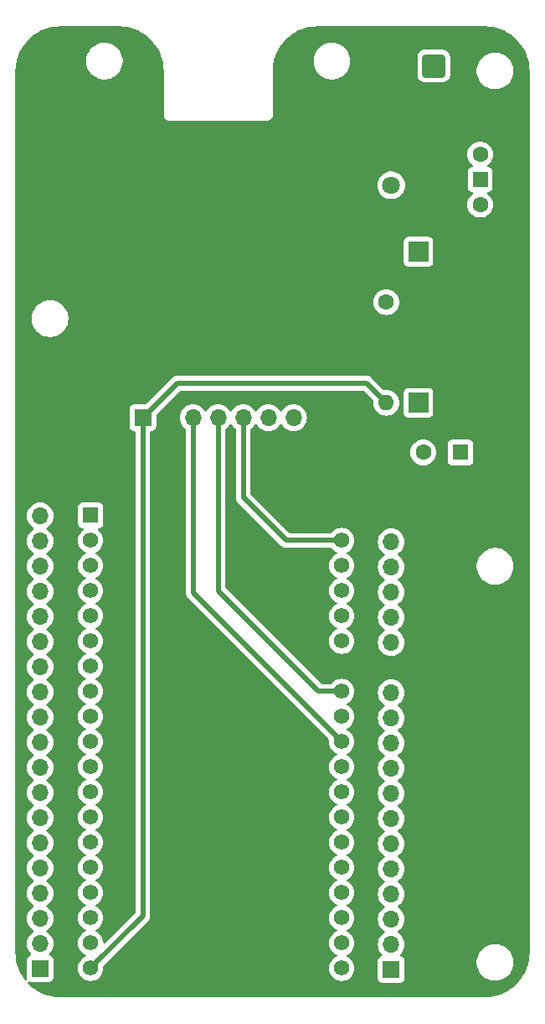
<source format=gbr>
%TF.GenerationSoftware,KiCad,Pcbnew,8.0.1*%
%TF.CreationDate,2024-04-17T14:21:35+03:00*%
%TF.ProjectId,PCB_Receiver,5043425f-5265-4636-9569-7665722e6b69,A*%
%TF.SameCoordinates,Original*%
%TF.FileFunction,Copper,L2,Bot*%
%TF.FilePolarity,Positive*%
%FSLAX46Y46*%
G04 Gerber Fmt 4.6, Leading zero omitted, Abs format (unit mm)*
G04 Created by KiCad (PCBNEW 8.0.1) date 2024-04-17 14:21:35*
%MOMM*%
%LPD*%
G01*
G04 APERTURE LIST*
G04 Aperture macros list*
%AMRoundRect*
0 Rectangle with rounded corners*
0 $1 Rounding radius*
0 $2 $3 $4 $5 $6 $7 $8 $9 X,Y pos of 4 corners*
0 Add a 4 corners polygon primitive as box body*
4,1,4,$2,$3,$4,$5,$6,$7,$8,$9,$2,$3,0*
0 Add four circle primitives for the rounded corners*
1,1,$1+$1,$2,$3*
1,1,$1+$1,$4,$5*
1,1,$1+$1,$6,$7*
1,1,$1+$1,$8,$9*
0 Add four rect primitives between the rounded corners*
20,1,$1+$1,$2,$3,$4,$5,0*
20,1,$1+$1,$4,$5,$6,$7,0*
20,1,$1+$1,$6,$7,$8,$9,0*
20,1,$1+$1,$8,$9,$2,$3,0*%
G04 Aperture macros list end*
%TA.AperFunction,ComponentPad*%
%ADD10RoundRect,0.250001X0.899999X0.899999X-0.899999X0.899999X-0.899999X-0.899999X0.899999X-0.899999X0*%
%TD*%
%TA.AperFunction,ComponentPad*%
%ADD11C,2.300000*%
%TD*%
%TA.AperFunction,ComponentPad*%
%ADD12C,1.600000*%
%TD*%
%TA.AperFunction,ComponentPad*%
%ADD13O,1.600000X1.600000*%
%TD*%
%TA.AperFunction,ComponentPad*%
%ADD14R,1.800000X1.800000*%
%TD*%
%TA.AperFunction,ComponentPad*%
%ADD15C,1.800000*%
%TD*%
%TA.AperFunction,ComponentPad*%
%ADD16R,1.600000X1.600000*%
%TD*%
%TA.AperFunction,ComponentPad*%
%ADD17R,2.000000X2.000000*%
%TD*%
%TA.AperFunction,ComponentPad*%
%ADD18R,1.700000X1.700000*%
%TD*%
%TA.AperFunction,ComponentPad*%
%ADD19O,1.700000X1.700000*%
%TD*%
%TA.AperFunction,ComponentPad*%
%ADD20R,1.560000X1.560000*%
%TD*%
%TA.AperFunction,ComponentPad*%
%ADD21C,1.560000*%
%TD*%
%TA.AperFunction,ComponentPad*%
%ADD22R,1.500000X1.500000*%
%TD*%
%TA.AperFunction,ViaPad*%
%ADD23C,0.800000*%
%TD*%
%TA.AperFunction,Conductor*%
%ADD24C,0.500000*%
%TD*%
G04 APERTURE END LIST*
D10*
%TO.P,J2,1,Pin_1*%
%TO.N,Net-(J2-Pin_1)*%
X154300000Y-46000000D03*
D11*
%TO.P,J2,2,Pin_2*%
%TO.N,GND*%
X149500000Y-46000000D03*
%TD*%
D12*
%TO.P,R9,1*%
%TO.N,Net-(D4-A)*%
X149500000Y-69840000D03*
D13*
%TO.P,R9,2*%
%TO.N,+5V*%
X149500000Y-80000000D03*
%TD*%
D14*
%TO.P,D4,1,K*%
%TO.N,GND*%
X150000000Y-55500000D03*
D15*
%TO.P,D4,2,A*%
%TO.N,Net-(D4-A)*%
X150000000Y-58040000D03*
%TD*%
D12*
%TO.P,C6,1*%
%TO.N,+5V*%
X153250000Y-85000000D03*
%TO.P,C6,2*%
%TO.N,GND*%
X150750000Y-85000000D03*
%TD*%
D16*
%TO.P,C5,1*%
%TO.N,+5V*%
X157000000Y-85000000D03*
D12*
%TO.P,C5,2*%
%TO.N,GND*%
X159500000Y-85000000D03*
%TD*%
D17*
%TO.P,U5,1,Vin*%
%TO.N,Net-(SW2-A)*%
X152750000Y-64750000D03*
%TO.P,U5,2,GND*%
%TO.N,GND*%
X162000000Y-64750000D03*
%TO.P,U5,3,Vout*%
%TO.N,+5V*%
X152750000Y-80000000D03*
%TO.P,U5,4,GND*%
%TO.N,GND*%
X162000000Y-80000000D03*
%TD*%
D18*
%TO.P,J6,1,Pin_1*%
%TO.N,/CLK*%
X150000000Y-137220000D03*
D19*
%TO.P,J6,2,Pin_2*%
%TO.N,/SD0*%
X150000000Y-134680000D03*
%TO.P,J6,3,Pin_3*%
%TO.N,/SD1*%
X150000000Y-132140000D03*
%TO.P,J6,4,Pin_4*%
%TO.N,/IO15*%
X150000000Y-129600000D03*
%TO.P,J6,5,Pin_5*%
%TO.N,/IO2*%
X150000000Y-127060000D03*
%TO.P,J6,6,Pin_6*%
%TO.N,/IO0*%
X150000000Y-124520000D03*
%TO.P,J6,7,Pin_7*%
%TO.N,/IO4*%
X150000000Y-121980000D03*
%TO.P,J6,8,Pin_8*%
%TO.N,/IO16*%
X150000000Y-119440000D03*
%TO.P,J6,9,Pin_9*%
%TO.N,/IO17*%
X150000000Y-116900000D03*
%TO.P,J6,10,Pin_10*%
%TO.N,/CS*%
X150000000Y-114360000D03*
%TO.P,J6,11,Pin_11*%
%TO.N,/SCK*%
X150000000Y-111820000D03*
%TO.P,J6,12,Pin_12*%
%TO.N,/SO*%
X150000000Y-109280000D03*
%TO.P,J6,13,Pin_13*%
%TO.N,GND*%
X150000000Y-106740000D03*
%TO.P,J6,14,Pin_14*%
%TO.N,/INT*%
X150000000Y-104200000D03*
%TO.P,J6,15,Pin_15*%
%TO.N,/RXD0*%
X150000000Y-101660000D03*
%TO.P,J6,16,Pin_16*%
%TO.N,/TXD0*%
X150000000Y-99120000D03*
%TO.P,J6,17,Pin_17*%
%TO.N,/IO22*%
X150000000Y-96580000D03*
%TO.P,J6,18,Pin_18*%
%TO.N,/SI*%
X150000000Y-94040000D03*
%TO.P,J6,19,Pin_19*%
%TO.N,GND*%
X150000000Y-91500000D03*
%TD*%
D20*
%TO.P,U4,J2-1,3V3*%
%TO.N,+3V3*%
X119600000Y-91360000D03*
D21*
%TO.P,U4,J2-2,EN*%
%TO.N,/EN*%
X119600000Y-93900000D03*
%TO.P,U4,J2-3,SENSOR_VP*%
%TO.N,/NTC_3*%
X119600000Y-96440000D03*
%TO.P,U4,J2-4,SENSOR_VN*%
%TO.N,/NTC_2*%
X119600000Y-98980000D03*
%TO.P,U4,J2-5,IO34*%
%TO.N,/NTC_1*%
X119600000Y-101520000D03*
%TO.P,U4,J2-6,IO35*%
%TO.N,/NTC_0*%
X119600000Y-104060000D03*
%TO.P,U4,J2-7,IO32*%
%TO.N,/VBat*%
X119600000Y-106600000D03*
%TO.P,U4,J2-8,IO33*%
%TO.N,/NTC_INT*%
X119600000Y-109140000D03*
%TO.P,U4,J2-9,IO25*%
%TO.N,/IO25*%
X119600000Y-111680000D03*
%TO.P,U4,J2-10,IO26*%
%TO.N,/IO26*%
X119600000Y-114220000D03*
%TO.P,U4,J2-11,IO27*%
%TO.N,/IO27*%
X119600000Y-116760000D03*
%TO.P,U4,J2-12,IO14*%
%TO.N,/IO14*%
X119600000Y-119300000D03*
%TO.P,U4,J2-13,IO12*%
%TO.N,/IO12*%
X119600000Y-121840000D03*
%TO.P,U4,J2-14,GND1*%
%TO.N,/GND1*%
X119600000Y-124380000D03*
%TO.P,U4,J2-15,IO13*%
%TO.N,/WS_LED*%
X119600000Y-126920000D03*
%TO.P,U4,J2-16,SD2*%
%TO.N,/SD2*%
X119600000Y-129460000D03*
%TO.P,U4,J2-17,SD3*%
%TO.N,/SD3*%
X119600000Y-132000000D03*
%TO.P,U4,J2-18,CMD*%
%TO.N,/CMD*%
X119600000Y-134540000D03*
%TO.P,U4,J2-19,EXT_5V*%
%TO.N,+5V*%
X119600000Y-137080000D03*
%TO.P,U4,J3-1,GND3*%
%TO.N,GND*%
X145000000Y-91360000D03*
%TO.P,U4,J3-2,IO23*%
%TO.N,/SI*%
X145000000Y-93900000D03*
%TO.P,U4,J3-3,IO22*%
%TO.N,/IO22*%
X145000000Y-96440000D03*
%TO.P,U4,J3-4,TXD0*%
%TO.N,/TXD0*%
X145000000Y-98980000D03*
%TO.P,U4,J3-5,RXD0*%
%TO.N,/RXD0*%
X145000000Y-101520000D03*
%TO.P,U4,J3-6,IO21*%
%TO.N,/INT*%
X145000000Y-104060000D03*
%TO.P,U4,J3-7,GND2*%
%TO.N,GND*%
X145000000Y-106600000D03*
%TO.P,U4,J3-8,IO19*%
%TO.N,/SO*%
X145000000Y-109140000D03*
%TO.P,U4,J3-9,IO18*%
%TO.N,/SCK*%
X145000000Y-111680000D03*
%TO.P,U4,J3-10,IO5*%
%TO.N,/CS*%
X145000000Y-114220000D03*
%TO.P,U4,J3-11,IO17*%
%TO.N,/IO17*%
X145000000Y-116760000D03*
%TO.P,U4,J3-12,IO16*%
%TO.N,/IO16*%
X145000000Y-119300000D03*
%TO.P,U4,J3-13,IO4*%
%TO.N,/IO4*%
X145000000Y-121840000D03*
%TO.P,U4,J3-14,IO0*%
%TO.N,/IO0*%
X145000000Y-124380000D03*
%TO.P,U4,J3-15,IO2*%
%TO.N,/IO2*%
X145000000Y-126920000D03*
%TO.P,U4,J3-16,IO15*%
%TO.N,/IO15*%
X145000000Y-129460000D03*
%TO.P,U4,J3-17,SD1*%
%TO.N,/SD1*%
X145000000Y-132000000D03*
%TO.P,U4,J3-18,SD0*%
%TO.N,/SD0*%
X145000000Y-134540000D03*
%TO.P,U4,J3-19,CLK*%
%TO.N,/CLK*%
X145000000Y-137080000D03*
%TD*%
D22*
%TO.P,SW2,1,B*%
%TO.N,Net-(J2-Pin_1)*%
X159000000Y-57460000D03*
D12*
%TO.P,SW2,2,C*%
%TO.N,unconnected-(SW2-C-Pad2)*%
X159000000Y-54920000D03*
%TO.P,SW2,3,A*%
%TO.N,Net-(SW2-A)*%
X159000000Y-60000000D03*
%TD*%
D18*
%TO.P,J1,1,Pin_1*%
%TO.N,+5V*%
X124880000Y-81500000D03*
D19*
%TO.P,J1,2,Pin_2*%
%TO.N,GND*%
X127420000Y-81500000D03*
%TO.P,J1,3,Pin_3*%
%TO.N,/CS*%
X129960000Y-81500000D03*
%TO.P,J1,4,Pin_4*%
%TO.N,/SO*%
X132500000Y-81500000D03*
%TO.P,J1,5,Pin_5*%
%TO.N,/SI*%
X135040000Y-81500000D03*
%TO.P,J1,6,Pin_6*%
%TO.N,/SCK*%
X137580000Y-81500000D03*
%TO.P,J1,7,Pin_7*%
%TO.N,/INT*%
X140120000Y-81500000D03*
%TD*%
D18*
%TO.P,J8,1,Pin_1*%
%TO.N,+5V*%
X114500000Y-137140000D03*
D19*
%TO.P,J8,2,Pin_2*%
%TO.N,/CMD*%
X114500000Y-134600000D03*
%TO.P,J8,3,Pin_3*%
%TO.N,/SD3*%
X114500000Y-132060000D03*
%TO.P,J8,4,Pin_4*%
%TO.N,/SD2*%
X114500000Y-129520000D03*
%TO.P,J8,5,Pin_5*%
%TO.N,/WS_LED*%
X114500000Y-126980000D03*
%TO.P,J8,6,Pin_6*%
%TO.N,/GND1*%
X114500000Y-124440000D03*
%TO.P,J8,7,Pin_7*%
%TO.N,/IO12*%
X114500000Y-121900000D03*
%TO.P,J8,8,Pin_8*%
%TO.N,/IO14*%
X114500000Y-119360000D03*
%TO.P,J8,9,Pin_9*%
%TO.N,/IO27*%
X114500000Y-116820000D03*
%TO.P,J8,10,Pin_10*%
%TO.N,/IO26*%
X114500000Y-114280000D03*
%TO.P,J8,11,Pin_11*%
%TO.N,/IO25*%
X114500000Y-111740000D03*
%TO.P,J8,12,Pin_12*%
%TO.N,/NTC_INT*%
X114500000Y-109200000D03*
%TO.P,J8,13,Pin_13*%
%TO.N,/VBat*%
X114500000Y-106660000D03*
%TO.P,J8,14,Pin_14*%
%TO.N,/NTC_0*%
X114500000Y-104120000D03*
%TO.P,J8,15,Pin_15*%
%TO.N,/NTC_1*%
X114500000Y-101580000D03*
%TO.P,J8,16,Pin_16*%
%TO.N,/NTC_2*%
X114500000Y-99040000D03*
%TO.P,J8,17,Pin_17*%
%TO.N,/NTC_3*%
X114500000Y-96500000D03*
%TO.P,J8,18,Pin_18*%
%TO.N,/EN*%
X114500000Y-93960000D03*
%TO.P,J8,19,Pin_19*%
%TO.N,+3V3*%
X114500000Y-91420000D03*
%TD*%
D23*
%TO.N,GND*%
X133250000Y-136750000D03*
X155750000Y-69000000D03*
X155000000Y-75000000D03*
X121500000Y-87500000D03*
X134750000Y-97750000D03*
X142250000Y-97750000D03*
X137750000Y-111000000D03*
X128000000Y-111000000D03*
%TD*%
D24*
%TO.N,/SI*%
X139400000Y-93900000D02*
X145000000Y-93900000D01*
X135040000Y-89540000D02*
X139400000Y-93900000D01*
X135040000Y-81500000D02*
X135040000Y-89540000D01*
%TO.N,/CS*%
X129960000Y-99180000D02*
X145000000Y-114220000D01*
X129960000Y-81500000D02*
X129960000Y-99180000D01*
%TO.N,/SO*%
X142640000Y-109140000D02*
X145000000Y-109140000D01*
X132500000Y-99000000D02*
X142640000Y-109140000D01*
X132500000Y-81500000D02*
X132500000Y-99000000D01*
%TO.N,+5V*%
X147500000Y-78000000D02*
X128380000Y-78000000D01*
X128380000Y-78000000D02*
X124880000Y-81500000D01*
X149500000Y-80000000D02*
X147500000Y-78000000D01*
X124880000Y-131800000D02*
X124880000Y-81500000D01*
X119600000Y-137080000D02*
X124880000Y-131800000D01*
%TD*%
%TA.AperFunction,Conductor*%
%TO.N,GND*%
G36*
X122502702Y-42000617D02*
G01*
X122886771Y-42017386D01*
X122897506Y-42018326D01*
X123275971Y-42068152D01*
X123286597Y-42070025D01*
X123659284Y-42152648D01*
X123669710Y-42155442D01*
X124033765Y-42270227D01*
X124043911Y-42273920D01*
X124396578Y-42420000D01*
X124406369Y-42424566D01*
X124744942Y-42600816D01*
X124754310Y-42606224D01*
X125076244Y-42811318D01*
X125085105Y-42817523D01*
X125387930Y-43049889D01*
X125396217Y-43056843D01*
X125677635Y-43314715D01*
X125685284Y-43322364D01*
X125943156Y-43603782D01*
X125950110Y-43612069D01*
X126182476Y-43914894D01*
X126188681Y-43923755D01*
X126393775Y-44245689D01*
X126399183Y-44255057D01*
X126575430Y-44593623D01*
X126580002Y-44603427D01*
X126726075Y-44956078D01*
X126729775Y-44966244D01*
X126844554Y-45330278D01*
X126847354Y-45340727D01*
X126929971Y-45713389D01*
X126931849Y-45724042D01*
X126981671Y-46102473D01*
X126982614Y-46113249D01*
X126999382Y-46497297D01*
X126999500Y-46502706D01*
X126999500Y-51065891D01*
X127033608Y-51193187D01*
X127066554Y-51250250D01*
X127099500Y-51307314D01*
X127192686Y-51400500D01*
X127306814Y-51466392D01*
X127434108Y-51500500D01*
X127434110Y-51500500D01*
X137565890Y-51500500D01*
X137565892Y-51500500D01*
X137693186Y-51466392D01*
X137807314Y-51400500D01*
X137900500Y-51307314D01*
X137966392Y-51193186D01*
X138000500Y-51065892D01*
X138000500Y-46502706D01*
X138000618Y-46497297D01*
X138003377Y-46434108D01*
X138017386Y-46113226D01*
X138018326Y-46102495D01*
X138068152Y-45724025D01*
X138070025Y-45713405D01*
X138090447Y-45621288D01*
X142149500Y-45621288D01*
X142181161Y-45861785D01*
X142243947Y-46096104D01*
X142261390Y-46138214D01*
X142336776Y-46320212D01*
X142458064Y-46530289D01*
X142458066Y-46530292D01*
X142458067Y-46530293D01*
X142605733Y-46722736D01*
X142605739Y-46722743D01*
X142777256Y-46894260D01*
X142777262Y-46894265D01*
X142969711Y-47041936D01*
X143179788Y-47163224D01*
X143403900Y-47256054D01*
X143638211Y-47318838D01*
X143818586Y-47342584D01*
X143878711Y-47350500D01*
X143878712Y-47350500D01*
X144121289Y-47350500D01*
X144169388Y-47344167D01*
X144361789Y-47318838D01*
X144596100Y-47256054D01*
X144820212Y-47163224D01*
X145030289Y-47041936D01*
X145150083Y-46950015D01*
X152649500Y-46950015D01*
X152660000Y-47052795D01*
X152660001Y-47052796D01*
X152715186Y-47219335D01*
X152715187Y-47219337D01*
X152807286Y-47368651D01*
X152807289Y-47368655D01*
X152931344Y-47492710D01*
X152931348Y-47492713D01*
X153080662Y-47584812D01*
X153080664Y-47584813D01*
X153080666Y-47584814D01*
X153247203Y-47639999D01*
X153349992Y-47650500D01*
X153349997Y-47650500D01*
X155250003Y-47650500D01*
X155250008Y-47650500D01*
X155352797Y-47639999D01*
X155519334Y-47584814D01*
X155668655Y-47492711D01*
X155792711Y-47368655D01*
X155884814Y-47219334D01*
X155939999Y-47052797D01*
X155950500Y-46950008D01*
X155950500Y-46621288D01*
X158649500Y-46621288D01*
X158681161Y-46861785D01*
X158743947Y-47096104D01*
X158771750Y-47163226D01*
X158836776Y-47320212D01*
X158958064Y-47530289D01*
X158958066Y-47530292D01*
X158958067Y-47530293D01*
X159105733Y-47722736D01*
X159105739Y-47722743D01*
X159277256Y-47894260D01*
X159277262Y-47894265D01*
X159469711Y-48041936D01*
X159679788Y-48163224D01*
X159903900Y-48256054D01*
X160138211Y-48318838D01*
X160318586Y-48342584D01*
X160378711Y-48350500D01*
X160378712Y-48350500D01*
X160621289Y-48350500D01*
X160669388Y-48344167D01*
X160861789Y-48318838D01*
X161096100Y-48256054D01*
X161320212Y-48163224D01*
X161530289Y-48041936D01*
X161722738Y-47894265D01*
X161894265Y-47722738D01*
X162041936Y-47530289D01*
X162163224Y-47320212D01*
X162256054Y-47096100D01*
X162318838Y-46861789D01*
X162350500Y-46621288D01*
X162350500Y-46378712D01*
X162318838Y-46138211D01*
X162256054Y-45903900D01*
X162163224Y-45679788D01*
X162041936Y-45469711D01*
X161894265Y-45277262D01*
X161894260Y-45277256D01*
X161722743Y-45105739D01*
X161722736Y-45105733D01*
X161530293Y-44958067D01*
X161530292Y-44958066D01*
X161530289Y-44958064D01*
X161320212Y-44836776D01*
X161320205Y-44836773D01*
X161096104Y-44743947D01*
X160861785Y-44681161D01*
X160621289Y-44649500D01*
X160621288Y-44649500D01*
X160378712Y-44649500D01*
X160378711Y-44649500D01*
X160138214Y-44681161D01*
X159903895Y-44743947D01*
X159679794Y-44836773D01*
X159679785Y-44836777D01*
X159469706Y-44958067D01*
X159277263Y-45105733D01*
X159277256Y-45105739D01*
X159105739Y-45277256D01*
X159105733Y-45277263D01*
X158958067Y-45469706D01*
X158836777Y-45679785D01*
X158836773Y-45679794D01*
X158743947Y-45903895D01*
X158681161Y-46138214D01*
X158649500Y-46378711D01*
X158649500Y-46621288D01*
X155950500Y-46621288D01*
X155950500Y-45049992D01*
X155939999Y-44947203D01*
X155884814Y-44780666D01*
X155862165Y-44743947D01*
X155792713Y-44631348D01*
X155792710Y-44631344D01*
X155668655Y-44507289D01*
X155668651Y-44507286D01*
X155519337Y-44415187D01*
X155519335Y-44415186D01*
X155436065Y-44387593D01*
X155352797Y-44360001D01*
X155352795Y-44360000D01*
X155250015Y-44349500D01*
X155250008Y-44349500D01*
X153349992Y-44349500D01*
X153349984Y-44349500D01*
X153247204Y-44360000D01*
X153247203Y-44360001D01*
X153080664Y-44415186D01*
X153080662Y-44415187D01*
X152931348Y-44507286D01*
X152931344Y-44507289D01*
X152807289Y-44631344D01*
X152807286Y-44631348D01*
X152715187Y-44780662D01*
X152715186Y-44780664D01*
X152660001Y-44947203D01*
X152660000Y-44947204D01*
X152649500Y-45049984D01*
X152649500Y-46950015D01*
X145150083Y-46950015D01*
X145222738Y-46894265D01*
X145394265Y-46722738D01*
X145541936Y-46530289D01*
X145663224Y-46320212D01*
X145756054Y-46096100D01*
X145818838Y-45861789D01*
X145850500Y-45621288D01*
X145850500Y-45378712D01*
X145818838Y-45138211D01*
X145756054Y-44903900D01*
X145663224Y-44679788D01*
X145541936Y-44469711D01*
X145394265Y-44277262D01*
X145394260Y-44277256D01*
X145222743Y-44105739D01*
X145222736Y-44105733D01*
X145030293Y-43958067D01*
X145030292Y-43958066D01*
X145030289Y-43958064D01*
X144820212Y-43836776D01*
X144820205Y-43836773D01*
X144596104Y-43743947D01*
X144478944Y-43712554D01*
X144361789Y-43681162D01*
X144361788Y-43681161D01*
X144361785Y-43681161D01*
X144121289Y-43649500D01*
X144121288Y-43649500D01*
X143878712Y-43649500D01*
X143878711Y-43649500D01*
X143638214Y-43681161D01*
X143403895Y-43743947D01*
X143179794Y-43836773D01*
X143179785Y-43836777D01*
X142969706Y-43958067D01*
X142777263Y-44105733D01*
X142777256Y-44105739D01*
X142605739Y-44277256D01*
X142605733Y-44277263D01*
X142458067Y-44469706D01*
X142336777Y-44679785D01*
X142336773Y-44679794D01*
X142243947Y-44903895D01*
X142181161Y-45138214D01*
X142149500Y-45378711D01*
X142149500Y-45621288D01*
X138090447Y-45621288D01*
X138152649Y-45340709D01*
X138155440Y-45330295D01*
X138270230Y-44966227D01*
X138273917Y-44956095D01*
X138420003Y-44603412D01*
X138424561Y-44593638D01*
X138600822Y-44255045D01*
X138606217Y-44245700D01*
X138811325Y-43923744D01*
X138817515Y-43914905D01*
X139049896Y-43612060D01*
X139056834Y-43603791D01*
X139314726Y-43322352D01*
X139322352Y-43314726D01*
X139603791Y-43056834D01*
X139612060Y-43049896D01*
X139914905Y-42817515D01*
X139923744Y-42811325D01*
X140245700Y-42606217D01*
X140255045Y-42600822D01*
X140593638Y-42424561D01*
X140603412Y-42420003D01*
X140956095Y-42273917D01*
X140966227Y-42270230D01*
X141330295Y-42155440D01*
X141340709Y-42152649D01*
X141713405Y-42070025D01*
X141724025Y-42068152D01*
X142102495Y-42018326D01*
X142113226Y-42017386D01*
X142497297Y-42000617D01*
X142502706Y-42000500D01*
X142565892Y-42000500D01*
X159434108Y-42000500D01*
X159497294Y-42000500D01*
X159502702Y-42000617D01*
X159886771Y-42017386D01*
X159897506Y-42018326D01*
X160275971Y-42068152D01*
X160286597Y-42070025D01*
X160659284Y-42152648D01*
X160669710Y-42155442D01*
X161033765Y-42270227D01*
X161043911Y-42273920D01*
X161396578Y-42420000D01*
X161406369Y-42424566D01*
X161744942Y-42600816D01*
X161754310Y-42606224D01*
X162076244Y-42811318D01*
X162085105Y-42817523D01*
X162387930Y-43049889D01*
X162396217Y-43056843D01*
X162677635Y-43314715D01*
X162685284Y-43322364D01*
X162943156Y-43603782D01*
X162950110Y-43612069D01*
X163182476Y-43914894D01*
X163188681Y-43923755D01*
X163393775Y-44245689D01*
X163399183Y-44255057D01*
X163575430Y-44593623D01*
X163580002Y-44603427D01*
X163726075Y-44956078D01*
X163729775Y-44966244D01*
X163844554Y-45330278D01*
X163847354Y-45340727D01*
X163929971Y-45713389D01*
X163931849Y-45724042D01*
X163981671Y-46102473D01*
X163982614Y-46113249D01*
X163999382Y-46497297D01*
X163999500Y-46502706D01*
X163999500Y-135497293D01*
X163999382Y-135502702D01*
X163982614Y-135886750D01*
X163981671Y-135897526D01*
X163931849Y-136275957D01*
X163929971Y-136286610D01*
X163847354Y-136659272D01*
X163844554Y-136669721D01*
X163729775Y-137033755D01*
X163726075Y-137043921D01*
X163580002Y-137396572D01*
X163575430Y-137406376D01*
X163399183Y-137744942D01*
X163393775Y-137754310D01*
X163188681Y-138076244D01*
X163182476Y-138085105D01*
X162950110Y-138387930D01*
X162943156Y-138396217D01*
X162685284Y-138677635D01*
X162677635Y-138685284D01*
X162396217Y-138943156D01*
X162387930Y-138950110D01*
X162085105Y-139182476D01*
X162076244Y-139188681D01*
X161754310Y-139393775D01*
X161744942Y-139399183D01*
X161406376Y-139575430D01*
X161396572Y-139580002D01*
X161043921Y-139726075D01*
X161033755Y-139729775D01*
X160669721Y-139844554D01*
X160659272Y-139847354D01*
X160286610Y-139929971D01*
X160275957Y-139931849D01*
X159897526Y-139981671D01*
X159886750Y-139982614D01*
X159502703Y-139999382D01*
X159497294Y-139999500D01*
X116502706Y-139999500D01*
X116497297Y-139999382D01*
X116113249Y-139982614D01*
X116102473Y-139981671D01*
X115724042Y-139931849D01*
X115713389Y-139929971D01*
X115340727Y-139847354D01*
X115330278Y-139844554D01*
X114966244Y-139729775D01*
X114956078Y-139726075D01*
X114603427Y-139580002D01*
X114593623Y-139575430D01*
X114255057Y-139399183D01*
X114245689Y-139393775D01*
X113923755Y-139188681D01*
X113914894Y-139182476D01*
X113612069Y-138950110D01*
X113603782Y-138943156D01*
X113322364Y-138685284D01*
X113314725Y-138677646D01*
X113275326Y-138634650D01*
X113244549Y-138571925D01*
X113252569Y-138502517D01*
X113296841Y-138448463D01*
X113363308Y-138426926D01*
X113410081Y-138434695D01*
X113542517Y-138484091D01*
X113542516Y-138484091D01*
X113549444Y-138484835D01*
X113602127Y-138490500D01*
X115397872Y-138490499D01*
X115457483Y-138484091D01*
X115592331Y-138433796D01*
X115707546Y-138347546D01*
X115793796Y-138232331D01*
X115844091Y-138097483D01*
X115850500Y-138037873D01*
X115850499Y-137080001D01*
X118314609Y-137080001D01*
X118334136Y-137303200D01*
X118334137Y-137303208D01*
X118392126Y-137519625D01*
X118392127Y-137519627D01*
X118392128Y-137519630D01*
X118486819Y-137722696D01*
X118486821Y-137722700D01*
X118615329Y-137906228D01*
X118615334Y-137906234D01*
X118773765Y-138064665D01*
X118773771Y-138064670D01*
X118957299Y-138193178D01*
X118957301Y-138193179D01*
X118957304Y-138193181D01*
X119160370Y-138287872D01*
X119376794Y-138345863D01*
X119536226Y-138359811D01*
X119599998Y-138365391D01*
X119600000Y-138365391D01*
X119600002Y-138365391D01*
X119655801Y-138360509D01*
X119823206Y-138345863D01*
X120039630Y-138287872D01*
X120242696Y-138193181D01*
X120426233Y-138064667D01*
X120584667Y-137906233D01*
X120713181Y-137722696D01*
X120807872Y-137519630D01*
X120865863Y-137303206D01*
X120885391Y-137080000D01*
X120872407Y-136931598D01*
X120886173Y-136863101D01*
X120908251Y-136833115D01*
X125462952Y-132278415D01*
X125499841Y-132223206D01*
X125545084Y-132155495D01*
X125568518Y-132098920D01*
X125601659Y-132018912D01*
X125630500Y-131873917D01*
X125630500Y-131726082D01*
X125630500Y-82974499D01*
X125650185Y-82907460D01*
X125702989Y-82861705D01*
X125754500Y-82850499D01*
X125777871Y-82850499D01*
X125777872Y-82850499D01*
X125837483Y-82844091D01*
X125972331Y-82793796D01*
X126087546Y-82707546D01*
X126173796Y-82592331D01*
X126224091Y-82457483D01*
X126230500Y-82397873D01*
X126230499Y-81500000D01*
X128604341Y-81500000D01*
X128624936Y-81735403D01*
X128624938Y-81735413D01*
X128686094Y-81963655D01*
X128686096Y-81963659D01*
X128686097Y-81963663D01*
X128690000Y-81972032D01*
X128785965Y-82177830D01*
X128785967Y-82177834D01*
X128894281Y-82332521D01*
X128921501Y-82371396D01*
X128921506Y-82371402D01*
X129088595Y-82538492D01*
X129088598Y-82538494D01*
X129088599Y-82538495D01*
X129156623Y-82586125D01*
X129200248Y-82640701D01*
X129209500Y-82687700D01*
X129209500Y-99253918D01*
X129209500Y-99253920D01*
X129209499Y-99253920D01*
X129238340Y-99398907D01*
X129238343Y-99398917D01*
X129294912Y-99535488D01*
X129294920Y-99535503D01*
X129326623Y-99582948D01*
X129326624Y-99582951D01*
X129377046Y-99658414D01*
X129377052Y-99658421D01*
X143691744Y-113973112D01*
X143725229Y-114034435D01*
X143727591Y-114071599D01*
X143714609Y-114219996D01*
X143714609Y-114220001D01*
X143734136Y-114443200D01*
X143734137Y-114443208D01*
X143792126Y-114659625D01*
X143792127Y-114659627D01*
X143792128Y-114659630D01*
X143831313Y-114743663D01*
X143886819Y-114862696D01*
X143886821Y-114862700D01*
X144015329Y-115046228D01*
X144015334Y-115046234D01*
X144173765Y-115204665D01*
X144173771Y-115204670D01*
X144357299Y-115333178D01*
X144357301Y-115333179D01*
X144357304Y-115333181D01*
X144452600Y-115377618D01*
X144505039Y-115423790D01*
X144524191Y-115490984D01*
X144503975Y-115557865D01*
X144452600Y-115602382D01*
X144357306Y-115646818D01*
X144357304Y-115646819D01*
X144173764Y-115775334D01*
X144015334Y-115933764D01*
X143886819Y-116117304D01*
X143886818Y-116117306D01*
X143792129Y-116320368D01*
X143792126Y-116320374D01*
X143734137Y-116536791D01*
X143734136Y-116536799D01*
X143714609Y-116759998D01*
X143714609Y-116760001D01*
X143734136Y-116983200D01*
X143734137Y-116983208D01*
X143792126Y-117199625D01*
X143792127Y-117199627D01*
X143792128Y-117199630D01*
X143831313Y-117283663D01*
X143886819Y-117402696D01*
X143886821Y-117402700D01*
X144015329Y-117586228D01*
X144015334Y-117586234D01*
X144173765Y-117744665D01*
X144173771Y-117744670D01*
X144357299Y-117873178D01*
X144357301Y-117873179D01*
X144357304Y-117873181D01*
X144452600Y-117917618D01*
X144505039Y-117963790D01*
X144524191Y-118030984D01*
X144503975Y-118097865D01*
X144452600Y-118142382D01*
X144357306Y-118186818D01*
X144357304Y-118186819D01*
X144173764Y-118315334D01*
X144015334Y-118473764D01*
X143886819Y-118657304D01*
X143886818Y-118657306D01*
X143792129Y-118860368D01*
X143792126Y-118860374D01*
X143734137Y-119076791D01*
X143734136Y-119076799D01*
X143714609Y-119299998D01*
X143714609Y-119300001D01*
X143734136Y-119523200D01*
X143734137Y-119523208D01*
X143792126Y-119739625D01*
X143792127Y-119739627D01*
X143792128Y-119739630D01*
X143831313Y-119823663D01*
X143886819Y-119942696D01*
X143886821Y-119942700D01*
X144015329Y-120126228D01*
X144015334Y-120126234D01*
X144173765Y-120284665D01*
X144173771Y-120284670D01*
X144357299Y-120413178D01*
X144357301Y-120413179D01*
X144357304Y-120413181D01*
X144452600Y-120457618D01*
X144505039Y-120503790D01*
X144524191Y-120570984D01*
X144503975Y-120637865D01*
X144452600Y-120682382D01*
X144357306Y-120726818D01*
X144357304Y-120726819D01*
X144173764Y-120855334D01*
X144015334Y-121013764D01*
X143886819Y-121197304D01*
X143886818Y-121197306D01*
X143792129Y-121400368D01*
X143792126Y-121400374D01*
X143734137Y-121616791D01*
X143734136Y-121616799D01*
X143714609Y-121839998D01*
X143714609Y-121840001D01*
X143734136Y-122063200D01*
X143734137Y-122063208D01*
X143792126Y-122279625D01*
X143792127Y-122279627D01*
X143792128Y-122279630D01*
X143831313Y-122363663D01*
X143886819Y-122482696D01*
X143886821Y-122482700D01*
X144015329Y-122666228D01*
X144015334Y-122666234D01*
X144173765Y-122824665D01*
X144173771Y-122824670D01*
X144357299Y-122953178D01*
X144357301Y-122953179D01*
X144357304Y-122953181D01*
X144452600Y-122997618D01*
X144505039Y-123043790D01*
X144524191Y-123110984D01*
X144503975Y-123177865D01*
X144452600Y-123222382D01*
X144357306Y-123266818D01*
X144357304Y-123266819D01*
X144173764Y-123395334D01*
X144015334Y-123553764D01*
X143886819Y-123737304D01*
X143886818Y-123737306D01*
X143792129Y-123940368D01*
X143792126Y-123940374D01*
X143734137Y-124156791D01*
X143734136Y-124156799D01*
X143714609Y-124379998D01*
X143714609Y-124380001D01*
X143734136Y-124603200D01*
X143734137Y-124603208D01*
X143792126Y-124819625D01*
X143792127Y-124819627D01*
X143792128Y-124819630D01*
X143831313Y-124903663D01*
X143886819Y-125022696D01*
X143886821Y-125022700D01*
X144015329Y-125206228D01*
X144015334Y-125206234D01*
X144173765Y-125364665D01*
X144173771Y-125364670D01*
X144357299Y-125493178D01*
X144357301Y-125493179D01*
X144357304Y-125493181D01*
X144452600Y-125537618D01*
X144505039Y-125583790D01*
X144524191Y-125650984D01*
X144503975Y-125717865D01*
X144452600Y-125762382D01*
X144357306Y-125806818D01*
X144357304Y-125806819D01*
X144173764Y-125935334D01*
X144015334Y-126093764D01*
X143886819Y-126277304D01*
X143886818Y-126277306D01*
X143792129Y-126480368D01*
X143792126Y-126480374D01*
X143734137Y-126696791D01*
X143734136Y-126696799D01*
X143714609Y-126919998D01*
X143714609Y-126920001D01*
X143734136Y-127143200D01*
X143734137Y-127143208D01*
X143792126Y-127359625D01*
X143792127Y-127359627D01*
X143792128Y-127359630D01*
X143831313Y-127443663D01*
X143886819Y-127562696D01*
X143886821Y-127562700D01*
X144015329Y-127746228D01*
X144015334Y-127746234D01*
X144173765Y-127904665D01*
X144173771Y-127904670D01*
X144357299Y-128033178D01*
X144357301Y-128033179D01*
X144357304Y-128033181D01*
X144452600Y-128077618D01*
X144505039Y-128123790D01*
X144524191Y-128190984D01*
X144503975Y-128257865D01*
X144452600Y-128302382D01*
X144357306Y-128346818D01*
X144357304Y-128346819D01*
X144173764Y-128475334D01*
X144015334Y-128633764D01*
X143886819Y-128817304D01*
X143886818Y-128817306D01*
X143792129Y-129020368D01*
X143792126Y-129020374D01*
X143734137Y-129236791D01*
X143734136Y-129236799D01*
X143714609Y-129459998D01*
X143714609Y-129460001D01*
X143734136Y-129683200D01*
X143734137Y-129683208D01*
X143792126Y-129899625D01*
X143792127Y-129899627D01*
X143792128Y-129899630D01*
X143831313Y-129983663D01*
X143886819Y-130102696D01*
X143886821Y-130102700D01*
X144015329Y-130286228D01*
X144015334Y-130286234D01*
X144173765Y-130444665D01*
X144173771Y-130444670D01*
X144357299Y-130573178D01*
X144357301Y-130573179D01*
X144357304Y-130573181D01*
X144452600Y-130617618D01*
X144505039Y-130663790D01*
X144524191Y-130730984D01*
X144503975Y-130797865D01*
X144452600Y-130842382D01*
X144357306Y-130886818D01*
X144357304Y-130886819D01*
X144173764Y-131015334D01*
X144015334Y-131173764D01*
X143886819Y-131357304D01*
X143886818Y-131357306D01*
X143792129Y-131560368D01*
X143792126Y-131560374D01*
X143734137Y-131776791D01*
X143734136Y-131776799D01*
X143714609Y-131999998D01*
X143714609Y-132000001D01*
X143734136Y-132223200D01*
X143734137Y-132223205D01*
X143792126Y-132439625D01*
X143792127Y-132439627D01*
X143792128Y-132439630D01*
X143831313Y-132523663D01*
X143886819Y-132642696D01*
X143886821Y-132642700D01*
X144015329Y-132826228D01*
X144015334Y-132826234D01*
X144173765Y-132984665D01*
X144173771Y-132984670D01*
X144357299Y-133113178D01*
X144357301Y-133113179D01*
X144357304Y-133113181D01*
X144452600Y-133157618D01*
X144505039Y-133203790D01*
X144524191Y-133270984D01*
X144503975Y-133337865D01*
X144452600Y-133382382D01*
X144357306Y-133426818D01*
X144357304Y-133426819D01*
X144173764Y-133555334D01*
X144015334Y-133713764D01*
X143886819Y-133897304D01*
X143886818Y-133897306D01*
X143792129Y-134100368D01*
X143792126Y-134100374D01*
X143734137Y-134316791D01*
X143734136Y-134316799D01*
X143714609Y-134539998D01*
X143714609Y-134540001D01*
X143734136Y-134763200D01*
X143734137Y-134763208D01*
X143792126Y-134979625D01*
X143792127Y-134979627D01*
X143792128Y-134979630D01*
X143868614Y-135143655D01*
X143886819Y-135182696D01*
X143886821Y-135182700D01*
X144015329Y-135366228D01*
X144015334Y-135366234D01*
X144173765Y-135524665D01*
X144173771Y-135524670D01*
X144357299Y-135653178D01*
X144357301Y-135653179D01*
X144357304Y-135653181D01*
X144435948Y-135689853D01*
X144452600Y-135697618D01*
X144505039Y-135743790D01*
X144524191Y-135810984D01*
X144503975Y-135877865D01*
X144452600Y-135922382D01*
X144357306Y-135966818D01*
X144357304Y-135966819D01*
X144173764Y-136095334D01*
X144015334Y-136253764D01*
X143886819Y-136437304D01*
X143886818Y-136437306D01*
X143792129Y-136640368D01*
X143792126Y-136640374D01*
X143734137Y-136856791D01*
X143734136Y-136856799D01*
X143714609Y-137079998D01*
X143714609Y-137080001D01*
X143734136Y-137303200D01*
X143734137Y-137303208D01*
X143792126Y-137519625D01*
X143792127Y-137519627D01*
X143792128Y-137519630D01*
X143886819Y-137722696D01*
X143886821Y-137722700D01*
X144015329Y-137906228D01*
X144015334Y-137906234D01*
X144173765Y-138064665D01*
X144173771Y-138064670D01*
X144357299Y-138193178D01*
X144357301Y-138193179D01*
X144357304Y-138193181D01*
X144560370Y-138287872D01*
X144776794Y-138345863D01*
X144936226Y-138359811D01*
X144999998Y-138365391D01*
X145000000Y-138365391D01*
X145000002Y-138365391D01*
X145055801Y-138360509D01*
X145223206Y-138345863D01*
X145439630Y-138287872D01*
X145642696Y-138193181D01*
X145826233Y-138064667D01*
X145984667Y-137906233D01*
X146113181Y-137722696D01*
X146207872Y-137519630D01*
X146265863Y-137303206D01*
X146285391Y-137080000D01*
X146282234Y-137043921D01*
X146267368Y-136873999D01*
X146265863Y-136856794D01*
X146207872Y-136640370D01*
X146113181Y-136437305D01*
X145984667Y-136253767D01*
X145826233Y-136095333D01*
X145826229Y-136095330D01*
X145826228Y-136095329D01*
X145642700Y-135966821D01*
X145642692Y-135966817D01*
X145569000Y-135932454D01*
X145547399Y-135922381D01*
X145494960Y-135876210D01*
X145475808Y-135809017D01*
X145496023Y-135742135D01*
X145547400Y-135697618D01*
X145564052Y-135689853D01*
X145642696Y-135653181D01*
X145826233Y-135524667D01*
X145984667Y-135366233D01*
X146113181Y-135182696D01*
X146207872Y-134979630D01*
X146265863Y-134763206D01*
X146273143Y-134680000D01*
X148644341Y-134680000D01*
X148664936Y-134915403D01*
X148664938Y-134915413D01*
X148726094Y-135143655D01*
X148726096Y-135143659D01*
X148726097Y-135143663D01*
X148788396Y-135277263D01*
X148825965Y-135357830D01*
X148825967Y-135357834D01*
X148879375Y-135434108D01*
X148961501Y-135551396D01*
X148961506Y-135551402D01*
X149083430Y-135673326D01*
X149116915Y-135734649D01*
X149111931Y-135804341D01*
X149070059Y-135860274D01*
X149039083Y-135877189D01*
X148907669Y-135926203D01*
X148907664Y-135926206D01*
X148792455Y-136012452D01*
X148792452Y-136012455D01*
X148706206Y-136127664D01*
X148706202Y-136127671D01*
X148655908Y-136262517D01*
X148649501Y-136322116D01*
X148649501Y-136322123D01*
X148649500Y-136322135D01*
X148649500Y-138117870D01*
X148649501Y-138117876D01*
X148655908Y-138177483D01*
X148706202Y-138312328D01*
X148706206Y-138312335D01*
X148792452Y-138427544D01*
X148792455Y-138427547D01*
X148907664Y-138513793D01*
X148907671Y-138513797D01*
X149042517Y-138564091D01*
X149042516Y-138564091D01*
X149049444Y-138564835D01*
X149102127Y-138570500D01*
X150897872Y-138570499D01*
X150957483Y-138564091D01*
X151092331Y-138513796D01*
X151207546Y-138427546D01*
X151293796Y-138312331D01*
X151344091Y-138177483D01*
X151350500Y-138117873D01*
X151350499Y-136621288D01*
X158649500Y-136621288D01*
X158681161Y-136861785D01*
X158743947Y-137096104D01*
X158829729Y-137303200D01*
X158836776Y-137320212D01*
X158958064Y-137530289D01*
X158958066Y-137530292D01*
X158958067Y-137530293D01*
X159105733Y-137722736D01*
X159105739Y-137722743D01*
X159277256Y-137894260D01*
X159277263Y-137894266D01*
X159292859Y-137906233D01*
X159469711Y-138041936D01*
X159679788Y-138163224D01*
X159903900Y-138256054D01*
X160138211Y-138318838D01*
X160318586Y-138342584D01*
X160378711Y-138350500D01*
X160378712Y-138350500D01*
X160621289Y-138350500D01*
X160669388Y-138344167D01*
X160861789Y-138318838D01*
X161096100Y-138256054D01*
X161320212Y-138163224D01*
X161530289Y-138041936D01*
X161722738Y-137894265D01*
X161894265Y-137722738D01*
X162041936Y-137530289D01*
X162163224Y-137320212D01*
X162256054Y-137096100D01*
X162318838Y-136861789D01*
X162350500Y-136621288D01*
X162350500Y-136378712D01*
X162318838Y-136138211D01*
X162256054Y-135903900D01*
X162163224Y-135679788D01*
X162041936Y-135469711D01*
X161981018Y-135390321D01*
X161894266Y-135277263D01*
X161894260Y-135277256D01*
X161722743Y-135105739D01*
X161722736Y-135105733D01*
X161530293Y-134958067D01*
X161530292Y-134958066D01*
X161530289Y-134958064D01*
X161320212Y-134836776D01*
X161320205Y-134836773D01*
X161096104Y-134743947D01*
X160861785Y-134681161D01*
X160621289Y-134649500D01*
X160621288Y-134649500D01*
X160378712Y-134649500D01*
X160378711Y-134649500D01*
X160138214Y-134681161D01*
X159903895Y-134743947D01*
X159679794Y-134836773D01*
X159679785Y-134836777D01*
X159469706Y-134958067D01*
X159277263Y-135105733D01*
X159277256Y-135105739D01*
X159105739Y-135277256D01*
X159105733Y-135277263D01*
X158958067Y-135469706D01*
X158836777Y-135679785D01*
X158836773Y-135679794D01*
X158743947Y-135903895D01*
X158681161Y-136138214D01*
X158649500Y-136378711D01*
X158649500Y-136621288D01*
X151350499Y-136621288D01*
X151350499Y-136322128D01*
X151344091Y-136262517D01*
X151340827Y-136253767D01*
X151293797Y-136127671D01*
X151293793Y-136127664D01*
X151207547Y-136012455D01*
X151207544Y-136012452D01*
X151092335Y-135926206D01*
X151092328Y-135926202D01*
X150960917Y-135877189D01*
X150904983Y-135835318D01*
X150880566Y-135769853D01*
X150895418Y-135701580D01*
X150916563Y-135673332D01*
X151038495Y-135551401D01*
X151174035Y-135357830D01*
X151273903Y-135143663D01*
X151335063Y-134915408D01*
X151355659Y-134680000D01*
X151335063Y-134444592D01*
X151273903Y-134216337D01*
X151174035Y-134002171D01*
X151118018Y-133922169D01*
X151038494Y-133808597D01*
X150871402Y-133641506D01*
X150871396Y-133641501D01*
X150685842Y-133511575D01*
X150642217Y-133456998D01*
X150635023Y-133387500D01*
X150666546Y-133325145D01*
X150685842Y-133308425D01*
X150776215Y-133245145D01*
X150871401Y-133178495D01*
X151038495Y-133011401D01*
X151174035Y-132817830D01*
X151273903Y-132603663D01*
X151335063Y-132375408D01*
X151355659Y-132140000D01*
X151335063Y-131904592D01*
X151273903Y-131676337D01*
X151174035Y-131462171D01*
X151118018Y-131382169D01*
X151038494Y-131268597D01*
X150871402Y-131101506D01*
X150871396Y-131101501D01*
X150685842Y-130971575D01*
X150642217Y-130916998D01*
X150635023Y-130847500D01*
X150666546Y-130785145D01*
X150685842Y-130768425D01*
X150776215Y-130705145D01*
X150871401Y-130638495D01*
X151038495Y-130471401D01*
X151174035Y-130277830D01*
X151273903Y-130063663D01*
X151335063Y-129835408D01*
X151355659Y-129600000D01*
X151335063Y-129364592D01*
X151273903Y-129136337D01*
X151174035Y-128922171D01*
X151118018Y-128842169D01*
X151038494Y-128728597D01*
X150871402Y-128561506D01*
X150871396Y-128561501D01*
X150685842Y-128431575D01*
X150642217Y-128376998D01*
X150635023Y-128307500D01*
X150666546Y-128245145D01*
X150685842Y-128228425D01*
X150776215Y-128165145D01*
X150871401Y-128098495D01*
X151038495Y-127931401D01*
X151174035Y-127737830D01*
X151273903Y-127523663D01*
X151335063Y-127295408D01*
X151355659Y-127060000D01*
X151335063Y-126824592D01*
X151273903Y-126596337D01*
X151174035Y-126382171D01*
X151118018Y-126302169D01*
X151038494Y-126188597D01*
X150871402Y-126021506D01*
X150871396Y-126021501D01*
X150685842Y-125891575D01*
X150642217Y-125836998D01*
X150635023Y-125767500D01*
X150666546Y-125705145D01*
X150685842Y-125688425D01*
X150776215Y-125625145D01*
X150871401Y-125558495D01*
X151038495Y-125391401D01*
X151174035Y-125197830D01*
X151273903Y-124983663D01*
X151335063Y-124755408D01*
X151355659Y-124520000D01*
X151335063Y-124284592D01*
X151273903Y-124056337D01*
X151174035Y-123842171D01*
X151118018Y-123762169D01*
X151038494Y-123648597D01*
X150871402Y-123481506D01*
X150871396Y-123481501D01*
X150685842Y-123351575D01*
X150642217Y-123296998D01*
X150635023Y-123227500D01*
X150666546Y-123165145D01*
X150685842Y-123148425D01*
X150776215Y-123085145D01*
X150871401Y-123018495D01*
X151038495Y-122851401D01*
X151174035Y-122657830D01*
X151273903Y-122443663D01*
X151335063Y-122215408D01*
X151355659Y-121980000D01*
X151335063Y-121744592D01*
X151273903Y-121516337D01*
X151174035Y-121302171D01*
X151118018Y-121222169D01*
X151038494Y-121108597D01*
X150871402Y-120941506D01*
X150871396Y-120941501D01*
X150685842Y-120811575D01*
X150642217Y-120756998D01*
X150635023Y-120687500D01*
X150666546Y-120625145D01*
X150685842Y-120608425D01*
X150776215Y-120545145D01*
X150871401Y-120478495D01*
X151038495Y-120311401D01*
X151174035Y-120117830D01*
X151273903Y-119903663D01*
X151335063Y-119675408D01*
X151355659Y-119440000D01*
X151335063Y-119204592D01*
X151273903Y-118976337D01*
X151174035Y-118762171D01*
X151118018Y-118682169D01*
X151038494Y-118568597D01*
X150871402Y-118401506D01*
X150871396Y-118401501D01*
X150685842Y-118271575D01*
X150642217Y-118216998D01*
X150635023Y-118147500D01*
X150666546Y-118085145D01*
X150685842Y-118068425D01*
X150776215Y-118005145D01*
X150871401Y-117938495D01*
X151038495Y-117771401D01*
X151174035Y-117577830D01*
X151273903Y-117363663D01*
X151335063Y-117135408D01*
X151355659Y-116900000D01*
X151335063Y-116664592D01*
X151273903Y-116436337D01*
X151174035Y-116222171D01*
X151118018Y-116142169D01*
X151038494Y-116028597D01*
X150871402Y-115861506D01*
X150871396Y-115861501D01*
X150685842Y-115731575D01*
X150642217Y-115676998D01*
X150635023Y-115607500D01*
X150666546Y-115545145D01*
X150685842Y-115528425D01*
X150776215Y-115465145D01*
X150871401Y-115398495D01*
X151038495Y-115231401D01*
X151174035Y-115037830D01*
X151273903Y-114823663D01*
X151335063Y-114595408D01*
X151355659Y-114360000D01*
X151335063Y-114124592D01*
X151273903Y-113896337D01*
X151174035Y-113682171D01*
X151118018Y-113602169D01*
X151038494Y-113488597D01*
X150871402Y-113321506D01*
X150871396Y-113321501D01*
X150685842Y-113191575D01*
X150642217Y-113136998D01*
X150635023Y-113067500D01*
X150666546Y-113005145D01*
X150685842Y-112988425D01*
X150742122Y-112949017D01*
X150871401Y-112858495D01*
X151038495Y-112691401D01*
X151174035Y-112497830D01*
X151273903Y-112283663D01*
X151335063Y-112055408D01*
X151355659Y-111820000D01*
X151335063Y-111584592D01*
X151273903Y-111356337D01*
X151174035Y-111142171D01*
X151118018Y-111062169D01*
X151038494Y-110948597D01*
X150871402Y-110781506D01*
X150871396Y-110781501D01*
X150685842Y-110651575D01*
X150642217Y-110596998D01*
X150635023Y-110527500D01*
X150666546Y-110465145D01*
X150685842Y-110448425D01*
X150776215Y-110385145D01*
X150871401Y-110318495D01*
X151038495Y-110151401D01*
X151174035Y-109957830D01*
X151273903Y-109743663D01*
X151335063Y-109515408D01*
X151355659Y-109280000D01*
X151335063Y-109044592D01*
X151273903Y-108816337D01*
X151174035Y-108602171D01*
X151118018Y-108522169D01*
X151038494Y-108408597D01*
X150871402Y-108241506D01*
X150871395Y-108241501D01*
X150677834Y-108105967D01*
X150677830Y-108105965D01*
X150677828Y-108105964D01*
X150463663Y-108006097D01*
X150463659Y-108006096D01*
X150463655Y-108006094D01*
X150235413Y-107944938D01*
X150235403Y-107944936D01*
X150000001Y-107924341D01*
X149999999Y-107924341D01*
X149764596Y-107944936D01*
X149764586Y-107944938D01*
X149536344Y-108006094D01*
X149536335Y-108006098D01*
X149322171Y-108105964D01*
X149322169Y-108105965D01*
X149128597Y-108241505D01*
X148961505Y-108408597D01*
X148825965Y-108602169D01*
X148825964Y-108602171D01*
X148726098Y-108816335D01*
X148726094Y-108816344D01*
X148664938Y-109044586D01*
X148664936Y-109044596D01*
X148644341Y-109279999D01*
X148644341Y-109280000D01*
X148664936Y-109515403D01*
X148664938Y-109515413D01*
X148726094Y-109743655D01*
X148726096Y-109743659D01*
X148726097Y-109743663D01*
X148803748Y-109910185D01*
X148825965Y-109957830D01*
X148825967Y-109957834D01*
X148961501Y-110151395D01*
X148961506Y-110151402D01*
X149128597Y-110318493D01*
X149128603Y-110318498D01*
X149314158Y-110448425D01*
X149357783Y-110503002D01*
X149364977Y-110572500D01*
X149333454Y-110634855D01*
X149314158Y-110651575D01*
X149128597Y-110781505D01*
X148961505Y-110948597D01*
X148825965Y-111142169D01*
X148825964Y-111142171D01*
X148726098Y-111356335D01*
X148726094Y-111356344D01*
X148664938Y-111584586D01*
X148664936Y-111584596D01*
X148644341Y-111819999D01*
X148644341Y-111820000D01*
X148664936Y-112055403D01*
X148664938Y-112055413D01*
X148726094Y-112283655D01*
X148726096Y-112283659D01*
X148726097Y-112283663D01*
X148788660Y-112417830D01*
X148825965Y-112497830D01*
X148825967Y-112497834D01*
X148961501Y-112691395D01*
X148961506Y-112691402D01*
X149128597Y-112858493D01*
X149128603Y-112858498D01*
X149314158Y-112988425D01*
X149357783Y-113043002D01*
X149364977Y-113112500D01*
X149333454Y-113174855D01*
X149314158Y-113191575D01*
X149128597Y-113321505D01*
X148961505Y-113488597D01*
X148825965Y-113682169D01*
X148825964Y-113682171D01*
X148726098Y-113896335D01*
X148726094Y-113896344D01*
X148664938Y-114124586D01*
X148664936Y-114124596D01*
X148644341Y-114359999D01*
X148644341Y-114360000D01*
X148664936Y-114595403D01*
X148664938Y-114595413D01*
X148726094Y-114823655D01*
X148726096Y-114823659D01*
X148726097Y-114823663D01*
X148788660Y-114957830D01*
X148825965Y-115037830D01*
X148825967Y-115037834D01*
X148961501Y-115231395D01*
X148961506Y-115231402D01*
X149128597Y-115398493D01*
X149128603Y-115398498D01*
X149314158Y-115528425D01*
X149357783Y-115583002D01*
X149364977Y-115652500D01*
X149333454Y-115714855D01*
X149314158Y-115731575D01*
X149128597Y-115861505D01*
X148961505Y-116028597D01*
X148825965Y-116222169D01*
X148825964Y-116222171D01*
X148726098Y-116436335D01*
X148726094Y-116436344D01*
X148664938Y-116664586D01*
X148664936Y-116664596D01*
X148644341Y-116899999D01*
X148644341Y-116900000D01*
X148664936Y-117135403D01*
X148664938Y-117135413D01*
X148726094Y-117363655D01*
X148726096Y-117363659D01*
X148726097Y-117363663D01*
X148788660Y-117497830D01*
X148825965Y-117577830D01*
X148825967Y-117577834D01*
X148961501Y-117771395D01*
X148961506Y-117771402D01*
X149128597Y-117938493D01*
X149128603Y-117938498D01*
X149314158Y-118068425D01*
X149357783Y-118123002D01*
X149364977Y-118192500D01*
X149333454Y-118254855D01*
X149314158Y-118271575D01*
X149128597Y-118401505D01*
X148961505Y-118568597D01*
X148825965Y-118762169D01*
X148825964Y-118762171D01*
X148726098Y-118976335D01*
X148726094Y-118976344D01*
X148664938Y-119204586D01*
X148664936Y-119204596D01*
X148644341Y-119439999D01*
X148644341Y-119440000D01*
X148664936Y-119675403D01*
X148664938Y-119675413D01*
X148726094Y-119903655D01*
X148726096Y-119903659D01*
X148726097Y-119903663D01*
X148788660Y-120037830D01*
X148825965Y-120117830D01*
X148825967Y-120117834D01*
X148961501Y-120311395D01*
X148961506Y-120311402D01*
X149128597Y-120478493D01*
X149128603Y-120478498D01*
X149314158Y-120608425D01*
X149357783Y-120663002D01*
X149364977Y-120732500D01*
X149333454Y-120794855D01*
X149314158Y-120811575D01*
X149128597Y-120941505D01*
X148961505Y-121108597D01*
X148825965Y-121302169D01*
X148825964Y-121302171D01*
X148726098Y-121516335D01*
X148726094Y-121516344D01*
X148664938Y-121744586D01*
X148664936Y-121744596D01*
X148644341Y-121979999D01*
X148644341Y-121980000D01*
X148664936Y-122215403D01*
X148664938Y-122215413D01*
X148726094Y-122443655D01*
X148726096Y-122443659D01*
X148726097Y-122443663D01*
X148788660Y-122577830D01*
X148825965Y-122657830D01*
X148825967Y-122657834D01*
X148961501Y-122851395D01*
X148961506Y-122851402D01*
X149128597Y-123018493D01*
X149128603Y-123018498D01*
X149314158Y-123148425D01*
X149357783Y-123203002D01*
X149364977Y-123272500D01*
X149333454Y-123334855D01*
X149314158Y-123351575D01*
X149128597Y-123481505D01*
X148961505Y-123648597D01*
X148825965Y-123842169D01*
X148825964Y-123842171D01*
X148726098Y-124056335D01*
X148726094Y-124056344D01*
X148664938Y-124284586D01*
X148664936Y-124284596D01*
X148644341Y-124519999D01*
X148644341Y-124520000D01*
X148664936Y-124755403D01*
X148664938Y-124755413D01*
X148726094Y-124983655D01*
X148726096Y-124983659D01*
X148726097Y-124983663D01*
X148788660Y-125117830D01*
X148825965Y-125197830D01*
X148825967Y-125197834D01*
X148961501Y-125391395D01*
X148961506Y-125391402D01*
X149128597Y-125558493D01*
X149128603Y-125558498D01*
X149314158Y-125688425D01*
X149357783Y-125743002D01*
X149364977Y-125812500D01*
X149333454Y-125874855D01*
X149314158Y-125891575D01*
X149128597Y-126021505D01*
X148961505Y-126188597D01*
X148825965Y-126382169D01*
X148825964Y-126382171D01*
X148726098Y-126596335D01*
X148726094Y-126596344D01*
X148664938Y-126824586D01*
X148664936Y-126824596D01*
X148644341Y-127059999D01*
X148644341Y-127060000D01*
X148664936Y-127295403D01*
X148664938Y-127295413D01*
X148726094Y-127523655D01*
X148726096Y-127523659D01*
X148726097Y-127523663D01*
X148788660Y-127657830D01*
X148825965Y-127737830D01*
X148825967Y-127737834D01*
X148961501Y-127931395D01*
X148961506Y-127931402D01*
X149128597Y-128098493D01*
X149128603Y-128098498D01*
X149314158Y-128228425D01*
X149357783Y-128283002D01*
X149364977Y-128352500D01*
X149333454Y-128414855D01*
X149314158Y-128431575D01*
X149128597Y-128561505D01*
X148961505Y-128728597D01*
X148825965Y-128922169D01*
X148825964Y-128922171D01*
X148726098Y-129136335D01*
X148726094Y-129136344D01*
X148664938Y-129364586D01*
X148664936Y-129364596D01*
X148644341Y-129599999D01*
X148644341Y-129600000D01*
X148664936Y-129835403D01*
X148664938Y-129835413D01*
X148726094Y-130063655D01*
X148726096Y-130063659D01*
X148726097Y-130063663D01*
X148788660Y-130197830D01*
X148825965Y-130277830D01*
X148825967Y-130277834D01*
X148961501Y-130471395D01*
X148961506Y-130471402D01*
X149128597Y-130638493D01*
X149128603Y-130638498D01*
X149314158Y-130768425D01*
X149357783Y-130823002D01*
X149364977Y-130892500D01*
X149333454Y-130954855D01*
X149314158Y-130971575D01*
X149128597Y-131101505D01*
X148961505Y-131268597D01*
X148825965Y-131462169D01*
X148825964Y-131462171D01*
X148726098Y-131676335D01*
X148726094Y-131676344D01*
X148664938Y-131904586D01*
X148664936Y-131904596D01*
X148644341Y-132139999D01*
X148644341Y-132140000D01*
X148664936Y-132375403D01*
X148664938Y-132375413D01*
X148726094Y-132603655D01*
X148726096Y-132603659D01*
X148726097Y-132603663D01*
X148788660Y-132737830D01*
X148825965Y-132817830D01*
X148825967Y-132817834D01*
X148961501Y-133011395D01*
X148961506Y-133011402D01*
X149128597Y-133178493D01*
X149128603Y-133178498D01*
X149314158Y-133308425D01*
X149357783Y-133363002D01*
X149364977Y-133432500D01*
X149333454Y-133494855D01*
X149314158Y-133511575D01*
X149128597Y-133641505D01*
X148961505Y-133808597D01*
X148825965Y-134002169D01*
X148825964Y-134002171D01*
X148726098Y-134216335D01*
X148726094Y-134216344D01*
X148664938Y-134444586D01*
X148664936Y-134444596D01*
X148644341Y-134679999D01*
X148644341Y-134680000D01*
X146273143Y-134680000D01*
X146285391Y-134540000D01*
X146284486Y-134529661D01*
X146270045Y-134364596D01*
X146265863Y-134316794D01*
X146207872Y-134100370D01*
X146113181Y-133897305D01*
X146048924Y-133805536D01*
X145984668Y-133713768D01*
X145912401Y-133641501D01*
X145826233Y-133555333D01*
X145826229Y-133555330D01*
X145826228Y-133555329D01*
X145642700Y-133426821D01*
X145642692Y-133426817D01*
X145547400Y-133382382D01*
X145494960Y-133336210D01*
X145475808Y-133269017D01*
X145496023Y-133202135D01*
X145547400Y-133157618D01*
X145642696Y-133113181D01*
X145826233Y-132984667D01*
X145984667Y-132826233D01*
X146113181Y-132642696D01*
X146207872Y-132439630D01*
X146265863Y-132223206D01*
X146285391Y-132000000D01*
X146265863Y-131776794D01*
X146207872Y-131560370D01*
X146113181Y-131357305D01*
X146048924Y-131265536D01*
X145984668Y-131173768D01*
X145912401Y-131101501D01*
X145826233Y-131015333D01*
X145826229Y-131015330D01*
X145826228Y-131015329D01*
X145642700Y-130886821D01*
X145642692Y-130886817D01*
X145547400Y-130842382D01*
X145494960Y-130796210D01*
X145475808Y-130729017D01*
X145496023Y-130662135D01*
X145547400Y-130617618D01*
X145642696Y-130573181D01*
X145826233Y-130444667D01*
X145984667Y-130286233D01*
X146113181Y-130102696D01*
X146207872Y-129899630D01*
X146265863Y-129683206D01*
X146285391Y-129460000D01*
X146265863Y-129236794D01*
X146207872Y-129020370D01*
X146113181Y-128817305D01*
X146048924Y-128725536D01*
X145984668Y-128633768D01*
X145912401Y-128561501D01*
X145826233Y-128475333D01*
X145826229Y-128475330D01*
X145826228Y-128475329D01*
X145642700Y-128346821D01*
X145642692Y-128346817D01*
X145547400Y-128302382D01*
X145494960Y-128256210D01*
X145475808Y-128189017D01*
X145496023Y-128122135D01*
X145547400Y-128077618D01*
X145642696Y-128033181D01*
X145826233Y-127904667D01*
X145984667Y-127746233D01*
X146113181Y-127562696D01*
X146207872Y-127359630D01*
X146265863Y-127143206D01*
X146285391Y-126920000D01*
X146265863Y-126696794D01*
X146207872Y-126480370D01*
X146113181Y-126277305D01*
X146048924Y-126185536D01*
X145984668Y-126093768D01*
X145912401Y-126021501D01*
X145826233Y-125935333D01*
X145826229Y-125935330D01*
X145826228Y-125935329D01*
X145642700Y-125806821D01*
X145642692Y-125806817D01*
X145547400Y-125762382D01*
X145494960Y-125716210D01*
X145475808Y-125649017D01*
X145496023Y-125582135D01*
X145547400Y-125537618D01*
X145642696Y-125493181D01*
X145826233Y-125364667D01*
X145984667Y-125206233D01*
X146113181Y-125022696D01*
X146207872Y-124819630D01*
X146265863Y-124603206D01*
X146285391Y-124380000D01*
X146265863Y-124156794D01*
X146207872Y-123940370D01*
X146113181Y-123737305D01*
X146048924Y-123645536D01*
X145984668Y-123553768D01*
X145912401Y-123481501D01*
X145826233Y-123395333D01*
X145826229Y-123395330D01*
X145826228Y-123395329D01*
X145642700Y-123266821D01*
X145642692Y-123266817D01*
X145547400Y-123222382D01*
X145494960Y-123176210D01*
X145475808Y-123109017D01*
X145496023Y-123042135D01*
X145547400Y-122997618D01*
X145642696Y-122953181D01*
X145826233Y-122824667D01*
X145984667Y-122666233D01*
X146113181Y-122482696D01*
X146207872Y-122279630D01*
X146265863Y-122063206D01*
X146285391Y-121840000D01*
X146265863Y-121616794D01*
X146207872Y-121400370D01*
X146113181Y-121197305D01*
X146048924Y-121105536D01*
X145984668Y-121013768D01*
X145912401Y-120941501D01*
X145826233Y-120855333D01*
X145826229Y-120855330D01*
X145826228Y-120855329D01*
X145642700Y-120726821D01*
X145642692Y-120726817D01*
X145547400Y-120682382D01*
X145494960Y-120636210D01*
X145475808Y-120569017D01*
X145496023Y-120502135D01*
X145547400Y-120457618D01*
X145642696Y-120413181D01*
X145826233Y-120284667D01*
X145984667Y-120126233D01*
X146113181Y-119942696D01*
X146207872Y-119739630D01*
X146265863Y-119523206D01*
X146285391Y-119300000D01*
X146265863Y-119076794D01*
X146207872Y-118860370D01*
X146113181Y-118657305D01*
X146048924Y-118565536D01*
X145984668Y-118473768D01*
X145912401Y-118401501D01*
X145826233Y-118315333D01*
X145826229Y-118315330D01*
X145826228Y-118315329D01*
X145642700Y-118186821D01*
X145642692Y-118186817D01*
X145547400Y-118142382D01*
X145494960Y-118096210D01*
X145475808Y-118029017D01*
X145496023Y-117962135D01*
X145547400Y-117917618D01*
X145642696Y-117873181D01*
X145826233Y-117744667D01*
X145984667Y-117586233D01*
X146113181Y-117402696D01*
X146207872Y-117199630D01*
X146265863Y-116983206D01*
X146285391Y-116760000D01*
X146265863Y-116536794D01*
X146207872Y-116320370D01*
X146113181Y-116117305D01*
X146048924Y-116025536D01*
X145984668Y-115933768D01*
X145912401Y-115861501D01*
X145826233Y-115775333D01*
X145826229Y-115775330D01*
X145826228Y-115775329D01*
X145642700Y-115646821D01*
X145642692Y-115646817D01*
X145547400Y-115602382D01*
X145494960Y-115556210D01*
X145475808Y-115489017D01*
X145496023Y-115422135D01*
X145547400Y-115377618D01*
X145642696Y-115333181D01*
X145826233Y-115204667D01*
X145984667Y-115046233D01*
X146113181Y-114862696D01*
X146207872Y-114659630D01*
X146265863Y-114443206D01*
X146285391Y-114220000D01*
X146265863Y-113996794D01*
X146207872Y-113780370D01*
X146113181Y-113577305D01*
X146048924Y-113485536D01*
X145984668Y-113393768D01*
X145912401Y-113321501D01*
X145826233Y-113235333D01*
X145826229Y-113235330D01*
X145826228Y-113235329D01*
X145642700Y-113106821D01*
X145642692Y-113106817D01*
X145547400Y-113062382D01*
X145494960Y-113016210D01*
X145475808Y-112949017D01*
X145496023Y-112882135D01*
X145547400Y-112837618D01*
X145642696Y-112793181D01*
X145826233Y-112664667D01*
X145984667Y-112506233D01*
X146113181Y-112322696D01*
X146207872Y-112119630D01*
X146265863Y-111903206D01*
X146285391Y-111680000D01*
X146284486Y-111669661D01*
X146270045Y-111504596D01*
X146265863Y-111456794D01*
X146207872Y-111240370D01*
X146113181Y-111037305D01*
X146048924Y-110945536D01*
X145984668Y-110853768D01*
X145912401Y-110781501D01*
X145826233Y-110695333D01*
X145826229Y-110695330D01*
X145826228Y-110695329D01*
X145642700Y-110566821D01*
X145642692Y-110566817D01*
X145547400Y-110522382D01*
X145494960Y-110476210D01*
X145475808Y-110409017D01*
X145496023Y-110342135D01*
X145547400Y-110297618D01*
X145642696Y-110253181D01*
X145826233Y-110124667D01*
X145984667Y-109966233D01*
X146113181Y-109782696D01*
X146207872Y-109579630D01*
X146265863Y-109363206D01*
X146285391Y-109140000D01*
X146265863Y-108916794D01*
X146207872Y-108700370D01*
X146113181Y-108497305D01*
X146000672Y-108336625D01*
X145984668Y-108313768D01*
X145912401Y-108241501D01*
X145826233Y-108155333D01*
X145826229Y-108155330D01*
X145826228Y-108155329D01*
X145642700Y-108026821D01*
X145642696Y-108026819D01*
X145617039Y-108014855D01*
X145439630Y-107932128D01*
X145439627Y-107932127D01*
X145439625Y-107932126D01*
X145223208Y-107874137D01*
X145223200Y-107874136D01*
X145000002Y-107854609D01*
X144999998Y-107854609D01*
X144776799Y-107874136D01*
X144776791Y-107874137D01*
X144560374Y-107932126D01*
X144560368Y-107932129D01*
X144357306Y-108026818D01*
X144357304Y-108026819D01*
X144173768Y-108155331D01*
X144087599Y-108241501D01*
X144015333Y-108313767D01*
X144004948Y-108328599D01*
X143999328Y-108336625D01*
X143944750Y-108380249D01*
X143897754Y-108389500D01*
X143002229Y-108389500D01*
X142935190Y-108369815D01*
X142914548Y-108353181D01*
X133286819Y-98725451D01*
X133253334Y-98664128D01*
X133250500Y-98637770D01*
X133250500Y-82687700D01*
X133270185Y-82620661D01*
X133303375Y-82586126D01*
X133371401Y-82538495D01*
X133538495Y-82371401D01*
X133668425Y-82185842D01*
X133723002Y-82142217D01*
X133792500Y-82135023D01*
X133854855Y-82166546D01*
X133871575Y-82185842D01*
X134001501Y-82371396D01*
X134001506Y-82371402D01*
X134168595Y-82538492D01*
X134168598Y-82538494D01*
X134168599Y-82538495D01*
X134236623Y-82586125D01*
X134280248Y-82640701D01*
X134289500Y-82687700D01*
X134289500Y-89613918D01*
X134289500Y-89613920D01*
X134289499Y-89613920D01*
X134318340Y-89758907D01*
X134318343Y-89758917D01*
X134374914Y-89895492D01*
X134407812Y-89944727D01*
X134407813Y-89944730D01*
X134457046Y-90018414D01*
X134457052Y-90018421D01*
X138817049Y-94378416D01*
X138921584Y-94482951D01*
X138921585Y-94482952D01*
X139044498Y-94565080D01*
X139044511Y-94565087D01*
X139181082Y-94621656D01*
X139181087Y-94621658D01*
X139181091Y-94621658D01*
X139181092Y-94621659D01*
X139326079Y-94650500D01*
X139326082Y-94650500D01*
X139473917Y-94650500D01*
X143897754Y-94650500D01*
X143964793Y-94670185D01*
X143999326Y-94703373D01*
X144015333Y-94726233D01*
X144015334Y-94726234D01*
X144015335Y-94726235D01*
X144173765Y-94884665D01*
X144173771Y-94884670D01*
X144357299Y-95013178D01*
X144357301Y-95013179D01*
X144357304Y-95013181D01*
X144452600Y-95057618D01*
X144505039Y-95103790D01*
X144524191Y-95170984D01*
X144503975Y-95237865D01*
X144452600Y-95282382D01*
X144357306Y-95326818D01*
X144357304Y-95326819D01*
X144173764Y-95455334D01*
X144015334Y-95613764D01*
X143886819Y-95797304D01*
X143886818Y-95797306D01*
X143792129Y-96000368D01*
X143792126Y-96000374D01*
X143734137Y-96216791D01*
X143734136Y-96216799D01*
X143714609Y-96439998D01*
X143714609Y-96440001D01*
X143734136Y-96663200D01*
X143734137Y-96663208D01*
X143792126Y-96879625D01*
X143792127Y-96879627D01*
X143792128Y-96879630D01*
X143831313Y-96963663D01*
X143886819Y-97082696D01*
X143886821Y-97082700D01*
X144015329Y-97266228D01*
X144015334Y-97266234D01*
X144173765Y-97424665D01*
X144173771Y-97424670D01*
X144357299Y-97553178D01*
X144357301Y-97553179D01*
X144357304Y-97553181D01*
X144452600Y-97597618D01*
X144505039Y-97643790D01*
X144524191Y-97710984D01*
X144503975Y-97777865D01*
X144452600Y-97822382D01*
X144357306Y-97866818D01*
X144357304Y-97866819D01*
X144173764Y-97995334D01*
X144015334Y-98153764D01*
X143886819Y-98337304D01*
X143886818Y-98337306D01*
X143792129Y-98540368D01*
X143792126Y-98540374D01*
X143734137Y-98756791D01*
X143734136Y-98756799D01*
X143714609Y-98979998D01*
X143714609Y-98980001D01*
X143734136Y-99203200D01*
X143734137Y-99203208D01*
X143792126Y-99419625D01*
X143792127Y-99419627D01*
X143792128Y-99419630D01*
X143868284Y-99582948D01*
X143886819Y-99622696D01*
X143886821Y-99622700D01*
X144015329Y-99806228D01*
X144015334Y-99806234D01*
X144173765Y-99964665D01*
X144173771Y-99964670D01*
X144357299Y-100093178D01*
X144357301Y-100093179D01*
X144357304Y-100093181D01*
X144452600Y-100137618D01*
X144505039Y-100183790D01*
X144524191Y-100250984D01*
X144503975Y-100317865D01*
X144452600Y-100362382D01*
X144357306Y-100406818D01*
X144357304Y-100406819D01*
X144173764Y-100535334D01*
X144015334Y-100693764D01*
X143886819Y-100877304D01*
X143886818Y-100877306D01*
X143792129Y-101080368D01*
X143792126Y-101080374D01*
X143734137Y-101296791D01*
X143734136Y-101296799D01*
X143714609Y-101519998D01*
X143714609Y-101520001D01*
X143734136Y-101743200D01*
X143734137Y-101743208D01*
X143792126Y-101959625D01*
X143792127Y-101959627D01*
X143792128Y-101959630D01*
X143831313Y-102043663D01*
X143886819Y-102162696D01*
X143886821Y-102162700D01*
X144015329Y-102346228D01*
X144015334Y-102346234D01*
X144173765Y-102504665D01*
X144173771Y-102504670D01*
X144357299Y-102633178D01*
X144357301Y-102633179D01*
X144357304Y-102633181D01*
X144452600Y-102677618D01*
X144505039Y-102723790D01*
X144524191Y-102790984D01*
X144503975Y-102857865D01*
X144452600Y-102902382D01*
X144357306Y-102946818D01*
X144357304Y-102946819D01*
X144173764Y-103075334D01*
X144015334Y-103233764D01*
X143886819Y-103417304D01*
X143886818Y-103417306D01*
X143792129Y-103620368D01*
X143792126Y-103620374D01*
X143734137Y-103836791D01*
X143734136Y-103836799D01*
X143714609Y-104059998D01*
X143714609Y-104060001D01*
X143734136Y-104283200D01*
X143734137Y-104283208D01*
X143792126Y-104499625D01*
X143792127Y-104499627D01*
X143792128Y-104499630D01*
X143831313Y-104583663D01*
X143886819Y-104702696D01*
X143886821Y-104702700D01*
X144015329Y-104886228D01*
X144015334Y-104886234D01*
X144173765Y-105044665D01*
X144173771Y-105044670D01*
X144357299Y-105173178D01*
X144357301Y-105173179D01*
X144357304Y-105173181D01*
X144560370Y-105267872D01*
X144776794Y-105325863D01*
X144936226Y-105339811D01*
X144999998Y-105345391D01*
X145000000Y-105345391D01*
X145000002Y-105345391D01*
X145055801Y-105340509D01*
X145223206Y-105325863D01*
X145439630Y-105267872D01*
X145642696Y-105173181D01*
X145826233Y-105044667D01*
X145984667Y-104886233D01*
X146113181Y-104702696D01*
X146207872Y-104499630D01*
X146265863Y-104283206D01*
X146273143Y-104200000D01*
X148644341Y-104200000D01*
X148664936Y-104435403D01*
X148664938Y-104435413D01*
X148726094Y-104663655D01*
X148726096Y-104663659D01*
X148726097Y-104663663D01*
X148788660Y-104797830D01*
X148825965Y-104877830D01*
X148825967Y-104877834D01*
X148905484Y-104991395D01*
X148961505Y-105071401D01*
X149128599Y-105238495D01*
X149207918Y-105294035D01*
X149322165Y-105374032D01*
X149322167Y-105374033D01*
X149322170Y-105374035D01*
X149536337Y-105473903D01*
X149536343Y-105473904D01*
X149536344Y-105473905D01*
X149584533Y-105486817D01*
X149764592Y-105535063D01*
X149952918Y-105551539D01*
X149999999Y-105555659D01*
X150000000Y-105555659D01*
X150000001Y-105555659D01*
X150039234Y-105552226D01*
X150235408Y-105535063D01*
X150463663Y-105473903D01*
X150677830Y-105374035D01*
X150871401Y-105238495D01*
X151038495Y-105071401D01*
X151174035Y-104877830D01*
X151273903Y-104663663D01*
X151335063Y-104435408D01*
X151355659Y-104200000D01*
X151335063Y-103964592D01*
X151273903Y-103736337D01*
X151174035Y-103522171D01*
X151118018Y-103442169D01*
X151038494Y-103328597D01*
X150871402Y-103161506D01*
X150871396Y-103161501D01*
X150685842Y-103031575D01*
X150642217Y-102976998D01*
X150635023Y-102907500D01*
X150666546Y-102845145D01*
X150685842Y-102828425D01*
X150776215Y-102765145D01*
X150871401Y-102698495D01*
X151038495Y-102531401D01*
X151174035Y-102337830D01*
X151273903Y-102123663D01*
X151335063Y-101895408D01*
X151355659Y-101660000D01*
X151335063Y-101424592D01*
X151273903Y-101196337D01*
X151174035Y-100982171D01*
X151118018Y-100902169D01*
X151038494Y-100788597D01*
X150871402Y-100621506D01*
X150871396Y-100621501D01*
X150685842Y-100491575D01*
X150642217Y-100436998D01*
X150635023Y-100367500D01*
X150666546Y-100305145D01*
X150685842Y-100288425D01*
X150776215Y-100225145D01*
X150871401Y-100158495D01*
X151038495Y-99991401D01*
X151174035Y-99797830D01*
X151273903Y-99583663D01*
X151335063Y-99355408D01*
X151355659Y-99120000D01*
X151335063Y-98884592D01*
X151273903Y-98656337D01*
X151174035Y-98442171D01*
X151118018Y-98362169D01*
X151038494Y-98248597D01*
X150871402Y-98081506D01*
X150871396Y-98081501D01*
X150685842Y-97951575D01*
X150642217Y-97896998D01*
X150635023Y-97827500D01*
X150666546Y-97765145D01*
X150685842Y-97748425D01*
X150722527Y-97722738D01*
X150871401Y-97618495D01*
X151038495Y-97451401D01*
X151174035Y-97257830D01*
X151273903Y-97043663D01*
X151335063Y-96815408D01*
X151352047Y-96621288D01*
X158649500Y-96621288D01*
X158681161Y-96861785D01*
X158743947Y-97096104D01*
X158836773Y-97320205D01*
X158836776Y-97320212D01*
X158958064Y-97530289D01*
X158958066Y-97530292D01*
X158958067Y-97530293D01*
X159105733Y-97722736D01*
X159105739Y-97722743D01*
X159277256Y-97894260D01*
X159277263Y-97894266D01*
X159330160Y-97934855D01*
X159469711Y-98041936D01*
X159679788Y-98163224D01*
X159903900Y-98256054D01*
X160138211Y-98318838D01*
X160318586Y-98342584D01*
X160378711Y-98350500D01*
X160378712Y-98350500D01*
X160621289Y-98350500D01*
X160669388Y-98344167D01*
X160861789Y-98318838D01*
X161096100Y-98256054D01*
X161320212Y-98163224D01*
X161530289Y-98041936D01*
X161722738Y-97894265D01*
X161894265Y-97722738D01*
X162041936Y-97530289D01*
X162163224Y-97320212D01*
X162256054Y-97096100D01*
X162318838Y-96861789D01*
X162350500Y-96621288D01*
X162350500Y-96378712D01*
X162318838Y-96138211D01*
X162256054Y-95903900D01*
X162163224Y-95679788D01*
X162041936Y-95469711D01*
X161981018Y-95390321D01*
X161894266Y-95277263D01*
X161894260Y-95277256D01*
X161722743Y-95105739D01*
X161722736Y-95105733D01*
X161530293Y-94958067D01*
X161530292Y-94958066D01*
X161530289Y-94958064D01*
X161320212Y-94836776D01*
X161307221Y-94831395D01*
X161096104Y-94743947D01*
X160861785Y-94681161D01*
X160621289Y-94649500D01*
X160621288Y-94649500D01*
X160378712Y-94649500D01*
X160378711Y-94649500D01*
X160138214Y-94681161D01*
X159903895Y-94743947D01*
X159679794Y-94836773D01*
X159679785Y-94836777D01*
X159469706Y-94958067D01*
X159277263Y-95105733D01*
X159277256Y-95105739D01*
X159105739Y-95277256D01*
X159105733Y-95277263D01*
X158958067Y-95469706D01*
X158836777Y-95679785D01*
X158836773Y-95679794D01*
X158743947Y-95903895D01*
X158681161Y-96138214D01*
X158649500Y-96378711D01*
X158649500Y-96621288D01*
X151352047Y-96621288D01*
X151355659Y-96580000D01*
X151335063Y-96344592D01*
X151273903Y-96116337D01*
X151174035Y-95902171D01*
X151118018Y-95822169D01*
X151038494Y-95708597D01*
X150871402Y-95541506D01*
X150871396Y-95541501D01*
X150685842Y-95411575D01*
X150642217Y-95356998D01*
X150635023Y-95287500D01*
X150666546Y-95225145D01*
X150685842Y-95208425D01*
X150776215Y-95145145D01*
X150871401Y-95078495D01*
X151038495Y-94911401D01*
X151174035Y-94717830D01*
X151273903Y-94503663D01*
X151335063Y-94275408D01*
X151355659Y-94040000D01*
X151335063Y-93804592D01*
X151273903Y-93576337D01*
X151174035Y-93362171D01*
X151118018Y-93282169D01*
X151038494Y-93168597D01*
X150871402Y-93001506D01*
X150871395Y-93001501D01*
X150677834Y-92865967D01*
X150677830Y-92865965D01*
X150677828Y-92865964D01*
X150463663Y-92766097D01*
X150463659Y-92766096D01*
X150463655Y-92766094D01*
X150235413Y-92704938D01*
X150235403Y-92704936D01*
X150000001Y-92684341D01*
X149999999Y-92684341D01*
X149764596Y-92704936D01*
X149764586Y-92704938D01*
X149536344Y-92766094D01*
X149536335Y-92766098D01*
X149322171Y-92865964D01*
X149322169Y-92865965D01*
X149128597Y-93001505D01*
X148961505Y-93168597D01*
X148825965Y-93362169D01*
X148825964Y-93362171D01*
X148726098Y-93576335D01*
X148726094Y-93576344D01*
X148664938Y-93804586D01*
X148664936Y-93804596D01*
X148644341Y-94039999D01*
X148644341Y-94040000D01*
X148664936Y-94275403D01*
X148664938Y-94275413D01*
X148726094Y-94503655D01*
X148726096Y-94503659D01*
X148726097Y-94503663D01*
X148803748Y-94670185D01*
X148825965Y-94717830D01*
X148825967Y-94717834D01*
X148961501Y-94911395D01*
X148961506Y-94911402D01*
X149128597Y-95078493D01*
X149128603Y-95078498D01*
X149314158Y-95208425D01*
X149357783Y-95263002D01*
X149364977Y-95332500D01*
X149333454Y-95394855D01*
X149314158Y-95411575D01*
X149128597Y-95541505D01*
X148961505Y-95708597D01*
X148825965Y-95902169D01*
X148825964Y-95902171D01*
X148726098Y-96116335D01*
X148726094Y-96116344D01*
X148664938Y-96344586D01*
X148664936Y-96344596D01*
X148644341Y-96579999D01*
X148644341Y-96580000D01*
X148664936Y-96815403D01*
X148664938Y-96815413D01*
X148726094Y-97043655D01*
X148726096Y-97043659D01*
X148726097Y-97043663D01*
X148750549Y-97096100D01*
X148825965Y-97257830D01*
X148825967Y-97257834D01*
X148961501Y-97451395D01*
X148961506Y-97451402D01*
X149128597Y-97618493D01*
X149128603Y-97618498D01*
X149314158Y-97748425D01*
X149357783Y-97803002D01*
X149364977Y-97872500D01*
X149333454Y-97934855D01*
X149314158Y-97951575D01*
X149128597Y-98081505D01*
X148961505Y-98248597D01*
X148825965Y-98442169D01*
X148825964Y-98442171D01*
X148726098Y-98656335D01*
X148726094Y-98656344D01*
X148664938Y-98884586D01*
X148664936Y-98884596D01*
X148644341Y-99119999D01*
X148644341Y-99120000D01*
X148664936Y-99355403D01*
X148664938Y-99355413D01*
X148726094Y-99583655D01*
X148726096Y-99583659D01*
X148726097Y-99583663D01*
X148788660Y-99717830D01*
X148825965Y-99797830D01*
X148825967Y-99797834D01*
X148961501Y-99991395D01*
X148961506Y-99991402D01*
X149128597Y-100158493D01*
X149128603Y-100158498D01*
X149314158Y-100288425D01*
X149357783Y-100343002D01*
X149364977Y-100412500D01*
X149333454Y-100474855D01*
X149314158Y-100491575D01*
X149128597Y-100621505D01*
X148961505Y-100788597D01*
X148825965Y-100982169D01*
X148825964Y-100982171D01*
X148726098Y-101196335D01*
X148726094Y-101196344D01*
X148664938Y-101424586D01*
X148664936Y-101424596D01*
X148644341Y-101659999D01*
X148644341Y-101660000D01*
X148664936Y-101895403D01*
X148664938Y-101895413D01*
X148726094Y-102123655D01*
X148726096Y-102123659D01*
X148726097Y-102123663D01*
X148788660Y-102257830D01*
X148825965Y-102337830D01*
X148825967Y-102337834D01*
X148961501Y-102531395D01*
X148961506Y-102531402D01*
X149128597Y-102698493D01*
X149128603Y-102698498D01*
X149314158Y-102828425D01*
X149357783Y-102883002D01*
X149364977Y-102952500D01*
X149333454Y-103014855D01*
X149314158Y-103031575D01*
X149128597Y-103161505D01*
X148961505Y-103328597D01*
X148825965Y-103522169D01*
X148825964Y-103522171D01*
X148726098Y-103736335D01*
X148726094Y-103736344D01*
X148664938Y-103964586D01*
X148664936Y-103964596D01*
X148644341Y-104199999D01*
X148644341Y-104200000D01*
X146273143Y-104200000D01*
X146285391Y-104060000D01*
X146265863Y-103836794D01*
X146207872Y-103620370D01*
X146113181Y-103417305D01*
X146048924Y-103325536D01*
X145984668Y-103233768D01*
X145912401Y-103161501D01*
X145826233Y-103075333D01*
X145826229Y-103075330D01*
X145826228Y-103075329D01*
X145642700Y-102946821D01*
X145642692Y-102946817D01*
X145547400Y-102902382D01*
X145494960Y-102856210D01*
X145475808Y-102789017D01*
X145496023Y-102722135D01*
X145547400Y-102677618D01*
X145642696Y-102633181D01*
X145826233Y-102504667D01*
X145984667Y-102346233D01*
X146113181Y-102162696D01*
X146207872Y-101959630D01*
X146265863Y-101743206D01*
X146285391Y-101520000D01*
X146265863Y-101296794D01*
X146207872Y-101080370D01*
X146113181Y-100877305D01*
X146048924Y-100785536D01*
X145984668Y-100693768D01*
X145912401Y-100621501D01*
X145826233Y-100535333D01*
X145826229Y-100535330D01*
X145826228Y-100535329D01*
X145642700Y-100406821D01*
X145642692Y-100406817D01*
X145547400Y-100362382D01*
X145494960Y-100316210D01*
X145475808Y-100249017D01*
X145496023Y-100182135D01*
X145547400Y-100137618D01*
X145642696Y-100093181D01*
X145826233Y-99964667D01*
X145984667Y-99806233D01*
X146113181Y-99622696D01*
X146207872Y-99419630D01*
X146265863Y-99203206D01*
X146285391Y-98980000D01*
X146265863Y-98756794D01*
X146207872Y-98540370D01*
X146113181Y-98337305D01*
X146048924Y-98245536D01*
X145984668Y-98153768D01*
X145912401Y-98081501D01*
X145826233Y-97995333D01*
X145826229Y-97995330D01*
X145826228Y-97995329D01*
X145642700Y-97866821D01*
X145642692Y-97866817D01*
X145547400Y-97822382D01*
X145494960Y-97776210D01*
X145475808Y-97709017D01*
X145496023Y-97642135D01*
X145547400Y-97597618D01*
X145642696Y-97553181D01*
X145826233Y-97424667D01*
X145984667Y-97266233D01*
X146113181Y-97082696D01*
X146207872Y-96879630D01*
X146265863Y-96663206D01*
X146285391Y-96440000D01*
X146265863Y-96216794D01*
X146207872Y-96000370D01*
X146113181Y-95797305D01*
X146030893Y-95679785D01*
X145984668Y-95613768D01*
X145912401Y-95541501D01*
X145826233Y-95455333D01*
X145826229Y-95455330D01*
X145826228Y-95455329D01*
X145642700Y-95326821D01*
X145642692Y-95326817D01*
X145547400Y-95282382D01*
X145494960Y-95236210D01*
X145475808Y-95169017D01*
X145496023Y-95102135D01*
X145547400Y-95057618D01*
X145642696Y-95013181D01*
X145826233Y-94884667D01*
X145984667Y-94726233D01*
X146113181Y-94542696D01*
X146207872Y-94339630D01*
X146265863Y-94123206D01*
X146285391Y-93900000D01*
X146265863Y-93676794D01*
X146207872Y-93460370D01*
X146113181Y-93257305D01*
X146000672Y-93096625D01*
X145984668Y-93073768D01*
X145912401Y-93001501D01*
X145826233Y-92915333D01*
X145826229Y-92915330D01*
X145826228Y-92915329D01*
X145642700Y-92786821D01*
X145642696Y-92786819D01*
X145640865Y-92785965D01*
X145439630Y-92692128D01*
X145439627Y-92692127D01*
X145439625Y-92692126D01*
X145223208Y-92634137D01*
X145223200Y-92634136D01*
X145000002Y-92614609D01*
X144999998Y-92614609D01*
X144776799Y-92634136D01*
X144776791Y-92634137D01*
X144560374Y-92692126D01*
X144560368Y-92692129D01*
X144357306Y-92786818D01*
X144357304Y-92786819D01*
X144173768Y-92915331D01*
X144087599Y-93001501D01*
X144015333Y-93073767D01*
X144004948Y-93088599D01*
X143999328Y-93096625D01*
X143944750Y-93140249D01*
X143897754Y-93149500D01*
X139762229Y-93149500D01*
X139695190Y-93129815D01*
X139674548Y-93113181D01*
X135826819Y-89265451D01*
X135793334Y-89204128D01*
X135790500Y-89177770D01*
X135790500Y-85000001D01*
X151944532Y-85000001D01*
X151964364Y-85226686D01*
X151964366Y-85226697D01*
X152023258Y-85446488D01*
X152023261Y-85446497D01*
X152119431Y-85652732D01*
X152119432Y-85652734D01*
X152249954Y-85839141D01*
X152410858Y-86000045D01*
X152410861Y-86000047D01*
X152597266Y-86130568D01*
X152803504Y-86226739D01*
X153023308Y-86285635D01*
X153185230Y-86299801D01*
X153249998Y-86305468D01*
X153250000Y-86305468D01*
X153250002Y-86305468D01*
X153306807Y-86300498D01*
X153476692Y-86285635D01*
X153696496Y-86226739D01*
X153902734Y-86130568D01*
X154089139Y-86000047D01*
X154241316Y-85847870D01*
X155699500Y-85847870D01*
X155699501Y-85847876D01*
X155705908Y-85907483D01*
X155756202Y-86042328D01*
X155756206Y-86042335D01*
X155842452Y-86157544D01*
X155842455Y-86157547D01*
X155957664Y-86243793D01*
X155957671Y-86243797D01*
X156092517Y-86294091D01*
X156092516Y-86294091D01*
X156099444Y-86294835D01*
X156152127Y-86300500D01*
X157847872Y-86300499D01*
X157907483Y-86294091D01*
X158042331Y-86243796D01*
X158157546Y-86157546D01*
X158243796Y-86042331D01*
X158294091Y-85907483D01*
X158300500Y-85847873D01*
X158300499Y-84152128D01*
X158294091Y-84092517D01*
X158259567Y-83999954D01*
X158243797Y-83957671D01*
X158243793Y-83957664D01*
X158157547Y-83842455D01*
X158157544Y-83842452D01*
X158042335Y-83756206D01*
X158042328Y-83756202D01*
X157907482Y-83705908D01*
X157907483Y-83705908D01*
X157847883Y-83699501D01*
X157847881Y-83699500D01*
X157847873Y-83699500D01*
X157847864Y-83699500D01*
X156152129Y-83699500D01*
X156152123Y-83699501D01*
X156092516Y-83705908D01*
X155957671Y-83756202D01*
X155957664Y-83756206D01*
X155842455Y-83842452D01*
X155842452Y-83842455D01*
X155756206Y-83957664D01*
X155756202Y-83957671D01*
X155705908Y-84092517D01*
X155699501Y-84152116D01*
X155699501Y-84152123D01*
X155699500Y-84152135D01*
X155699500Y-85847870D01*
X154241316Y-85847870D01*
X154250047Y-85839139D01*
X154380568Y-85652734D01*
X154476739Y-85446496D01*
X154535635Y-85226692D01*
X154555468Y-85000000D01*
X154535635Y-84773308D01*
X154476739Y-84553504D01*
X154380568Y-84347266D01*
X154250047Y-84160861D01*
X154250045Y-84160858D01*
X154089141Y-83999954D01*
X153902734Y-83869432D01*
X153902732Y-83869431D01*
X153696497Y-83773261D01*
X153696488Y-83773258D01*
X153476697Y-83714366D01*
X153476693Y-83714365D01*
X153476692Y-83714365D01*
X153476691Y-83714364D01*
X153476686Y-83714364D01*
X153250002Y-83694532D01*
X153249998Y-83694532D01*
X153023313Y-83714364D01*
X153023302Y-83714366D01*
X152803511Y-83773258D01*
X152803502Y-83773261D01*
X152597267Y-83869431D01*
X152597265Y-83869432D01*
X152410858Y-83999954D01*
X152249954Y-84160858D01*
X152119432Y-84347265D01*
X152119431Y-84347267D01*
X152023261Y-84553502D01*
X152023258Y-84553511D01*
X151964366Y-84773302D01*
X151964364Y-84773313D01*
X151944532Y-84999998D01*
X151944532Y-85000001D01*
X135790500Y-85000001D01*
X135790500Y-82687700D01*
X135810185Y-82620661D01*
X135843375Y-82586126D01*
X135911401Y-82538495D01*
X136078495Y-82371401D01*
X136208425Y-82185842D01*
X136263002Y-82142217D01*
X136332500Y-82135023D01*
X136394855Y-82166546D01*
X136411575Y-82185842D01*
X136541500Y-82371395D01*
X136541505Y-82371401D01*
X136708599Y-82538495D01*
X136805384Y-82606265D01*
X136902165Y-82674032D01*
X136902167Y-82674033D01*
X136902170Y-82674035D01*
X137116337Y-82773903D01*
X137344592Y-82835063D01*
X137521034Y-82850500D01*
X137579999Y-82855659D01*
X137580000Y-82855659D01*
X137580001Y-82855659D01*
X137638966Y-82850500D01*
X137815408Y-82835063D01*
X138043663Y-82773903D01*
X138257830Y-82674035D01*
X138451401Y-82538495D01*
X138618495Y-82371401D01*
X138748425Y-82185842D01*
X138803002Y-82142217D01*
X138872500Y-82135023D01*
X138934855Y-82166546D01*
X138951575Y-82185842D01*
X139081500Y-82371395D01*
X139081505Y-82371401D01*
X139248599Y-82538495D01*
X139345384Y-82606265D01*
X139442165Y-82674032D01*
X139442167Y-82674033D01*
X139442170Y-82674035D01*
X139656337Y-82773903D01*
X139884592Y-82835063D01*
X140061034Y-82850500D01*
X140119999Y-82855659D01*
X140120000Y-82855659D01*
X140120001Y-82855659D01*
X140178966Y-82850500D01*
X140355408Y-82835063D01*
X140583663Y-82773903D01*
X140797830Y-82674035D01*
X140991401Y-82538495D01*
X141158495Y-82371401D01*
X141294035Y-82177830D01*
X141393903Y-81963663D01*
X141455063Y-81735408D01*
X141475659Y-81500000D01*
X141455063Y-81264592D01*
X141393903Y-81036337D01*
X141294035Y-80822171D01*
X141288425Y-80814158D01*
X141158494Y-80628597D01*
X140991402Y-80461506D01*
X140991395Y-80461501D01*
X140969954Y-80446488D01*
X140914518Y-80407671D01*
X140797834Y-80325967D01*
X140797830Y-80325965D01*
X140797828Y-80325964D01*
X140583663Y-80226097D01*
X140583659Y-80226096D01*
X140583655Y-80226094D01*
X140355413Y-80164938D01*
X140355403Y-80164936D01*
X140120001Y-80144341D01*
X140119999Y-80144341D01*
X139884596Y-80164936D01*
X139884586Y-80164938D01*
X139656344Y-80226094D01*
X139656335Y-80226098D01*
X139442171Y-80325964D01*
X139442169Y-80325965D01*
X139248597Y-80461505D01*
X139081505Y-80628597D01*
X138951575Y-80814158D01*
X138896998Y-80857783D01*
X138827500Y-80864977D01*
X138765145Y-80833454D01*
X138748425Y-80814158D01*
X138618494Y-80628597D01*
X138451402Y-80461506D01*
X138451395Y-80461501D01*
X138429954Y-80446488D01*
X138374518Y-80407671D01*
X138257834Y-80325967D01*
X138257830Y-80325965D01*
X138257828Y-80325964D01*
X138043663Y-80226097D01*
X138043659Y-80226096D01*
X138043655Y-80226094D01*
X137815413Y-80164938D01*
X137815403Y-80164936D01*
X137580001Y-80144341D01*
X137579999Y-80144341D01*
X137344596Y-80164936D01*
X137344586Y-80164938D01*
X137116344Y-80226094D01*
X137116335Y-80226098D01*
X136902171Y-80325964D01*
X136902169Y-80325965D01*
X136708597Y-80461505D01*
X136541505Y-80628597D01*
X136411575Y-80814158D01*
X136356998Y-80857783D01*
X136287500Y-80864977D01*
X136225145Y-80833454D01*
X136208425Y-80814158D01*
X136078494Y-80628597D01*
X135911402Y-80461506D01*
X135911395Y-80461501D01*
X135889954Y-80446488D01*
X135834518Y-80407671D01*
X135717834Y-80325967D01*
X135717830Y-80325965D01*
X135717828Y-80325964D01*
X135503663Y-80226097D01*
X135503659Y-80226096D01*
X135503655Y-80226094D01*
X135275413Y-80164938D01*
X135275403Y-80164936D01*
X135040001Y-80144341D01*
X135039999Y-80144341D01*
X134804596Y-80164936D01*
X134804586Y-80164938D01*
X134576344Y-80226094D01*
X134576335Y-80226098D01*
X134362171Y-80325964D01*
X134362169Y-80325965D01*
X134168597Y-80461505D01*
X134001505Y-80628597D01*
X133871575Y-80814158D01*
X133816998Y-80857783D01*
X133747500Y-80864977D01*
X133685145Y-80833454D01*
X133668425Y-80814158D01*
X133538494Y-80628597D01*
X133371402Y-80461506D01*
X133371395Y-80461501D01*
X133349954Y-80446488D01*
X133294518Y-80407671D01*
X133177834Y-80325967D01*
X133177830Y-80325965D01*
X133177828Y-80325964D01*
X132963663Y-80226097D01*
X132963659Y-80226096D01*
X132963655Y-80226094D01*
X132735413Y-80164938D01*
X132735403Y-80164936D01*
X132500001Y-80144341D01*
X132499999Y-80144341D01*
X132264596Y-80164936D01*
X132264586Y-80164938D01*
X132036344Y-80226094D01*
X132036335Y-80226098D01*
X131822171Y-80325964D01*
X131822169Y-80325965D01*
X131628597Y-80461505D01*
X131461505Y-80628597D01*
X131331575Y-80814158D01*
X131276998Y-80857783D01*
X131207500Y-80864977D01*
X131145145Y-80833454D01*
X131128425Y-80814158D01*
X130998494Y-80628597D01*
X130831402Y-80461506D01*
X130831395Y-80461501D01*
X130809954Y-80446488D01*
X130754518Y-80407671D01*
X130637834Y-80325967D01*
X130637830Y-80325965D01*
X130637828Y-80325964D01*
X130423663Y-80226097D01*
X130423659Y-80226096D01*
X130423655Y-80226094D01*
X130195413Y-80164938D01*
X130195403Y-80164936D01*
X129960001Y-80144341D01*
X129959999Y-80144341D01*
X129724596Y-80164936D01*
X129724586Y-80164938D01*
X129496344Y-80226094D01*
X129496335Y-80226098D01*
X129282171Y-80325964D01*
X129282169Y-80325965D01*
X129088597Y-80461505D01*
X128921505Y-80628597D01*
X128785965Y-80822169D01*
X128785964Y-80822171D01*
X128686098Y-81036335D01*
X128686094Y-81036344D01*
X128624938Y-81264586D01*
X128624936Y-81264596D01*
X128604341Y-81499999D01*
X128604341Y-81500000D01*
X126230499Y-81500000D01*
X126230499Y-81262228D01*
X126250184Y-81195190D01*
X126266813Y-81174553D01*
X128654548Y-78786819D01*
X128715871Y-78753334D01*
X128742229Y-78750500D01*
X147137770Y-78750500D01*
X147204809Y-78770185D01*
X147225451Y-78786819D01*
X148173282Y-79734650D01*
X148206767Y-79795973D01*
X148209129Y-79833137D01*
X148194532Y-79999996D01*
X148194532Y-80000001D01*
X148214364Y-80226686D01*
X148214366Y-80226697D01*
X148273258Y-80446488D01*
X148273261Y-80446497D01*
X148369431Y-80652732D01*
X148369432Y-80652734D01*
X148499954Y-80839141D01*
X148660858Y-81000045D01*
X148660861Y-81000047D01*
X148847266Y-81130568D01*
X149053504Y-81226739D01*
X149273308Y-81285635D01*
X149435230Y-81299801D01*
X149499998Y-81305468D01*
X149500000Y-81305468D01*
X149500002Y-81305468D01*
X149556673Y-81300509D01*
X149726692Y-81285635D01*
X149946496Y-81226739D01*
X150152734Y-81130568D01*
X150270840Y-81047870D01*
X151249500Y-81047870D01*
X151249501Y-81047876D01*
X151255908Y-81107483D01*
X151306202Y-81242328D01*
X151306206Y-81242335D01*
X151392452Y-81357544D01*
X151392455Y-81357547D01*
X151507664Y-81443793D01*
X151507671Y-81443797D01*
X151642517Y-81494091D01*
X151642516Y-81494091D01*
X151649444Y-81494835D01*
X151702127Y-81500500D01*
X153797872Y-81500499D01*
X153857483Y-81494091D01*
X153992331Y-81443796D01*
X154107546Y-81357546D01*
X154193796Y-81242331D01*
X154244091Y-81107483D01*
X154250500Y-81047873D01*
X154250499Y-78952128D01*
X154244091Y-78892517D01*
X154235480Y-78869431D01*
X154193797Y-78757671D01*
X154193793Y-78757664D01*
X154107547Y-78642455D01*
X154107544Y-78642452D01*
X153992335Y-78556206D01*
X153992328Y-78556202D01*
X153857482Y-78505908D01*
X153857483Y-78505908D01*
X153797883Y-78499501D01*
X153797881Y-78499500D01*
X153797873Y-78499500D01*
X153797864Y-78499500D01*
X151702129Y-78499500D01*
X151702123Y-78499501D01*
X151642516Y-78505908D01*
X151507671Y-78556202D01*
X151507664Y-78556206D01*
X151392455Y-78642452D01*
X151392452Y-78642455D01*
X151306206Y-78757664D01*
X151306202Y-78757671D01*
X151255908Y-78892517D01*
X151249501Y-78952116D01*
X151249501Y-78952123D01*
X151249500Y-78952135D01*
X151249500Y-81047870D01*
X150270840Y-81047870D01*
X150339139Y-81000047D01*
X150500047Y-80839139D01*
X150630568Y-80652734D01*
X150726739Y-80446496D01*
X150785635Y-80226692D01*
X150805468Y-80000000D01*
X150785635Y-79773308D01*
X150726739Y-79553504D01*
X150630568Y-79347266D01*
X150500047Y-79160861D01*
X150500045Y-79160858D01*
X150339141Y-78999954D01*
X150152734Y-78869432D01*
X150152732Y-78869431D01*
X149946497Y-78773261D01*
X149946488Y-78773258D01*
X149726697Y-78714366D01*
X149726693Y-78714365D01*
X149726692Y-78714365D01*
X149726691Y-78714364D01*
X149726686Y-78714364D01*
X149500002Y-78694532D01*
X149499997Y-78694532D01*
X149333137Y-78709129D01*
X149264637Y-78695362D01*
X149234650Y-78673282D01*
X147978421Y-77417052D01*
X147978414Y-77417046D01*
X147904729Y-77367812D01*
X147904729Y-77367813D01*
X147855491Y-77334913D01*
X147718917Y-77278343D01*
X147718907Y-77278340D01*
X147573920Y-77249500D01*
X147573918Y-77249500D01*
X128306082Y-77249500D01*
X128306080Y-77249500D01*
X128161092Y-77278340D01*
X128161082Y-77278343D01*
X128024511Y-77334912D01*
X128024498Y-77334919D01*
X127901584Y-77417048D01*
X127901580Y-77417051D01*
X125205449Y-80113181D01*
X125144126Y-80146666D01*
X125117768Y-80149500D01*
X123982129Y-80149500D01*
X123982123Y-80149501D01*
X123922516Y-80155908D01*
X123787671Y-80206202D01*
X123787664Y-80206206D01*
X123672455Y-80292452D01*
X123672452Y-80292455D01*
X123586206Y-80407664D01*
X123586202Y-80407671D01*
X123535908Y-80542517D01*
X123529501Y-80602116D01*
X123529500Y-80602135D01*
X123529500Y-82397870D01*
X123529501Y-82397876D01*
X123535908Y-82457483D01*
X123586202Y-82592328D01*
X123586206Y-82592335D01*
X123672452Y-82707544D01*
X123672455Y-82707547D01*
X123787664Y-82793793D01*
X123787671Y-82793797D01*
X123832618Y-82810561D01*
X123922517Y-82844091D01*
X123982127Y-82850500D01*
X124005497Y-82850499D01*
X124072536Y-82870181D01*
X124118292Y-82922983D01*
X124129500Y-82974499D01*
X124129500Y-131437769D01*
X124109815Y-131504808D01*
X124093181Y-131525450D01*
X121088969Y-134529661D01*
X121027646Y-134563146D01*
X120957954Y-134558162D01*
X120902021Y-134516290D01*
X120877761Y-134452789D01*
X120865863Y-134316794D01*
X120807872Y-134100370D01*
X120713181Y-133897305D01*
X120648924Y-133805536D01*
X120584668Y-133713768D01*
X120512401Y-133641501D01*
X120426233Y-133555333D01*
X120426229Y-133555330D01*
X120426228Y-133555329D01*
X120242700Y-133426821D01*
X120242692Y-133426817D01*
X120147400Y-133382382D01*
X120094960Y-133336210D01*
X120075808Y-133269017D01*
X120096023Y-133202135D01*
X120147400Y-133157618D01*
X120242696Y-133113181D01*
X120426233Y-132984667D01*
X120584667Y-132826233D01*
X120713181Y-132642696D01*
X120807872Y-132439630D01*
X120865863Y-132223206D01*
X120885391Y-132000000D01*
X120865863Y-131776794D01*
X120807872Y-131560370D01*
X120713181Y-131357305D01*
X120648924Y-131265536D01*
X120584668Y-131173768D01*
X120512401Y-131101501D01*
X120426233Y-131015333D01*
X120426229Y-131015330D01*
X120426228Y-131015329D01*
X120242700Y-130886821D01*
X120242692Y-130886817D01*
X120147400Y-130842382D01*
X120094960Y-130796210D01*
X120075808Y-130729017D01*
X120096023Y-130662135D01*
X120147400Y-130617618D01*
X120242696Y-130573181D01*
X120426233Y-130444667D01*
X120584667Y-130286233D01*
X120713181Y-130102696D01*
X120807872Y-129899630D01*
X120865863Y-129683206D01*
X120885391Y-129460000D01*
X120865863Y-129236794D01*
X120807872Y-129020370D01*
X120713181Y-128817305D01*
X120648924Y-128725536D01*
X120584668Y-128633768D01*
X120512401Y-128561501D01*
X120426233Y-128475333D01*
X120426229Y-128475330D01*
X120426228Y-128475329D01*
X120242700Y-128346821D01*
X120242692Y-128346817D01*
X120147400Y-128302382D01*
X120094960Y-128256210D01*
X120075808Y-128189017D01*
X120096023Y-128122135D01*
X120147400Y-128077618D01*
X120242696Y-128033181D01*
X120426233Y-127904667D01*
X120584667Y-127746233D01*
X120713181Y-127562696D01*
X120807872Y-127359630D01*
X120865863Y-127143206D01*
X120885391Y-126920000D01*
X120865863Y-126696794D01*
X120807872Y-126480370D01*
X120713181Y-126277305D01*
X120648924Y-126185536D01*
X120584668Y-126093768D01*
X120512401Y-126021501D01*
X120426233Y-125935333D01*
X120426229Y-125935330D01*
X120426228Y-125935329D01*
X120242700Y-125806821D01*
X120242692Y-125806817D01*
X120147400Y-125762382D01*
X120094960Y-125716210D01*
X120075808Y-125649017D01*
X120096023Y-125582135D01*
X120147400Y-125537618D01*
X120242696Y-125493181D01*
X120426233Y-125364667D01*
X120584667Y-125206233D01*
X120713181Y-125022696D01*
X120807872Y-124819630D01*
X120865863Y-124603206D01*
X120885391Y-124380000D01*
X120865863Y-124156794D01*
X120807872Y-123940370D01*
X120713181Y-123737305D01*
X120648924Y-123645536D01*
X120584668Y-123553768D01*
X120512401Y-123481501D01*
X120426233Y-123395333D01*
X120426229Y-123395330D01*
X120426228Y-123395329D01*
X120242700Y-123266821D01*
X120242692Y-123266817D01*
X120147400Y-123222382D01*
X120094960Y-123176210D01*
X120075808Y-123109017D01*
X120096023Y-123042135D01*
X120147400Y-122997618D01*
X120242696Y-122953181D01*
X120426233Y-122824667D01*
X120584667Y-122666233D01*
X120713181Y-122482696D01*
X120807872Y-122279630D01*
X120865863Y-122063206D01*
X120885391Y-121840000D01*
X120865863Y-121616794D01*
X120807872Y-121400370D01*
X120713181Y-121197305D01*
X120648924Y-121105536D01*
X120584668Y-121013768D01*
X120512401Y-120941501D01*
X120426233Y-120855333D01*
X120426229Y-120855330D01*
X120426228Y-120855329D01*
X120242700Y-120726821D01*
X120242692Y-120726817D01*
X120147400Y-120682382D01*
X120094960Y-120636210D01*
X120075808Y-120569017D01*
X120096023Y-120502135D01*
X120147400Y-120457618D01*
X120242696Y-120413181D01*
X120426233Y-120284667D01*
X120584667Y-120126233D01*
X120713181Y-119942696D01*
X120807872Y-119739630D01*
X120865863Y-119523206D01*
X120885391Y-119300000D01*
X120865863Y-119076794D01*
X120807872Y-118860370D01*
X120713181Y-118657305D01*
X120648924Y-118565536D01*
X120584668Y-118473768D01*
X120512401Y-118401501D01*
X120426233Y-118315333D01*
X120426229Y-118315330D01*
X120426228Y-118315329D01*
X120242700Y-118186821D01*
X120242692Y-118186817D01*
X120147400Y-118142382D01*
X120094960Y-118096210D01*
X120075808Y-118029017D01*
X120096023Y-117962135D01*
X120147400Y-117917618D01*
X120242696Y-117873181D01*
X120426233Y-117744667D01*
X120584667Y-117586233D01*
X120713181Y-117402696D01*
X120807872Y-117199630D01*
X120865863Y-116983206D01*
X120885391Y-116760000D01*
X120865863Y-116536794D01*
X120807872Y-116320370D01*
X120713181Y-116117305D01*
X120648924Y-116025536D01*
X120584668Y-115933768D01*
X120512401Y-115861501D01*
X120426233Y-115775333D01*
X120426229Y-115775330D01*
X120426228Y-115775329D01*
X120242700Y-115646821D01*
X120242692Y-115646817D01*
X120147400Y-115602382D01*
X120094960Y-115556210D01*
X120075808Y-115489017D01*
X120096023Y-115422135D01*
X120147400Y-115377618D01*
X120242696Y-115333181D01*
X120426233Y-115204667D01*
X120584667Y-115046233D01*
X120713181Y-114862696D01*
X120807872Y-114659630D01*
X120865863Y-114443206D01*
X120885391Y-114220000D01*
X120865863Y-113996794D01*
X120807872Y-113780370D01*
X120713181Y-113577305D01*
X120648924Y-113485536D01*
X120584668Y-113393768D01*
X120512401Y-113321501D01*
X120426233Y-113235333D01*
X120426229Y-113235330D01*
X120426228Y-113235329D01*
X120242700Y-113106821D01*
X120242692Y-113106817D01*
X120147400Y-113062382D01*
X120094960Y-113016210D01*
X120075808Y-112949017D01*
X120096023Y-112882135D01*
X120147400Y-112837618D01*
X120242696Y-112793181D01*
X120426233Y-112664667D01*
X120584667Y-112506233D01*
X120713181Y-112322696D01*
X120807872Y-112119630D01*
X120865863Y-111903206D01*
X120885391Y-111680000D01*
X120884486Y-111669661D01*
X120870045Y-111504596D01*
X120865863Y-111456794D01*
X120807872Y-111240370D01*
X120713181Y-111037305D01*
X120648924Y-110945536D01*
X120584668Y-110853768D01*
X120512401Y-110781501D01*
X120426233Y-110695333D01*
X120426229Y-110695330D01*
X120426228Y-110695329D01*
X120242700Y-110566821D01*
X120242692Y-110566817D01*
X120147400Y-110522382D01*
X120094960Y-110476210D01*
X120075808Y-110409017D01*
X120096023Y-110342135D01*
X120147400Y-110297618D01*
X120242696Y-110253181D01*
X120426233Y-110124667D01*
X120584667Y-109966233D01*
X120713181Y-109782696D01*
X120807872Y-109579630D01*
X120865863Y-109363206D01*
X120885391Y-109140000D01*
X120865863Y-108916794D01*
X120807872Y-108700370D01*
X120713181Y-108497305D01*
X120600672Y-108336625D01*
X120584668Y-108313768D01*
X120512401Y-108241501D01*
X120426233Y-108155333D01*
X120426229Y-108155330D01*
X120426228Y-108155329D01*
X120242700Y-108026821D01*
X120242692Y-108026817D01*
X120147400Y-107982382D01*
X120094960Y-107936210D01*
X120075808Y-107869017D01*
X120096023Y-107802135D01*
X120147400Y-107757618D01*
X120242696Y-107713181D01*
X120426233Y-107584667D01*
X120584667Y-107426233D01*
X120713181Y-107242696D01*
X120807872Y-107039630D01*
X120865863Y-106823206D01*
X120885391Y-106600000D01*
X120865863Y-106376794D01*
X120807872Y-106160370D01*
X120713181Y-105957305D01*
X120648924Y-105865536D01*
X120584668Y-105773768D01*
X120584664Y-105773764D01*
X120426233Y-105615333D01*
X120426229Y-105615330D01*
X120426228Y-105615329D01*
X120242700Y-105486821D01*
X120242692Y-105486817D01*
X120147400Y-105442382D01*
X120094960Y-105396210D01*
X120075808Y-105329017D01*
X120096023Y-105262135D01*
X120147400Y-105217618D01*
X120242696Y-105173181D01*
X120426233Y-105044667D01*
X120584667Y-104886233D01*
X120713181Y-104702696D01*
X120807872Y-104499630D01*
X120865863Y-104283206D01*
X120885391Y-104060000D01*
X120865863Y-103836794D01*
X120807872Y-103620370D01*
X120713181Y-103417305D01*
X120648924Y-103325536D01*
X120584668Y-103233768D01*
X120512401Y-103161501D01*
X120426233Y-103075333D01*
X120426229Y-103075330D01*
X120426228Y-103075329D01*
X120242700Y-102946821D01*
X120242692Y-102946817D01*
X120147400Y-102902382D01*
X120094960Y-102856210D01*
X120075808Y-102789017D01*
X120096023Y-102722135D01*
X120147400Y-102677618D01*
X120242696Y-102633181D01*
X120426233Y-102504667D01*
X120584667Y-102346233D01*
X120713181Y-102162696D01*
X120807872Y-101959630D01*
X120865863Y-101743206D01*
X120885391Y-101520000D01*
X120865863Y-101296794D01*
X120807872Y-101080370D01*
X120713181Y-100877305D01*
X120648924Y-100785536D01*
X120584668Y-100693768D01*
X120512401Y-100621501D01*
X120426233Y-100535333D01*
X120426229Y-100535330D01*
X120426228Y-100535329D01*
X120242700Y-100406821D01*
X120242692Y-100406817D01*
X120147400Y-100362382D01*
X120094960Y-100316210D01*
X120075808Y-100249017D01*
X120096023Y-100182135D01*
X120147400Y-100137618D01*
X120242696Y-100093181D01*
X120426233Y-99964667D01*
X120584667Y-99806233D01*
X120713181Y-99622696D01*
X120807872Y-99419630D01*
X120865863Y-99203206D01*
X120885391Y-98980000D01*
X120865863Y-98756794D01*
X120807872Y-98540370D01*
X120713181Y-98337305D01*
X120648924Y-98245536D01*
X120584668Y-98153768D01*
X120512401Y-98081501D01*
X120426233Y-97995333D01*
X120426229Y-97995330D01*
X120426228Y-97995329D01*
X120242700Y-97866821D01*
X120242692Y-97866817D01*
X120147400Y-97822382D01*
X120094960Y-97776210D01*
X120075808Y-97709017D01*
X120096023Y-97642135D01*
X120147400Y-97597618D01*
X120242696Y-97553181D01*
X120426233Y-97424667D01*
X120584667Y-97266233D01*
X120713181Y-97082696D01*
X120807872Y-96879630D01*
X120865863Y-96663206D01*
X120885391Y-96440000D01*
X120865863Y-96216794D01*
X120807872Y-96000370D01*
X120713181Y-95797305D01*
X120630893Y-95679785D01*
X120584668Y-95613768D01*
X120512401Y-95541501D01*
X120426233Y-95455333D01*
X120426229Y-95455330D01*
X120426228Y-95455329D01*
X120242700Y-95326821D01*
X120242692Y-95326817D01*
X120147400Y-95282382D01*
X120094960Y-95236210D01*
X120075808Y-95169017D01*
X120096023Y-95102135D01*
X120147400Y-95057618D01*
X120242696Y-95013181D01*
X120426233Y-94884667D01*
X120584667Y-94726233D01*
X120713181Y-94542696D01*
X120807872Y-94339630D01*
X120865863Y-94123206D01*
X120885391Y-93900000D01*
X120865863Y-93676794D01*
X120807872Y-93460370D01*
X120713181Y-93257305D01*
X120600672Y-93096625D01*
X120584668Y-93073768D01*
X120512401Y-93001501D01*
X120426233Y-92915333D01*
X120426229Y-92915330D01*
X120426228Y-92915329D01*
X120355884Y-92866074D01*
X120312259Y-92811497D01*
X120305065Y-92741999D01*
X120336588Y-92679644D01*
X120396817Y-92644230D01*
X120424570Y-92640800D01*
X120424564Y-92640676D01*
X120426347Y-92640580D01*
X120427007Y-92640499D01*
X120427871Y-92640499D01*
X120427872Y-92640499D01*
X120487483Y-92634091D01*
X120622331Y-92583796D01*
X120737546Y-92497546D01*
X120823796Y-92382331D01*
X120874091Y-92247483D01*
X120880500Y-92187873D01*
X120880499Y-90532128D01*
X120874091Y-90472517D01*
X120840144Y-90381501D01*
X120823797Y-90337671D01*
X120823793Y-90337664D01*
X120737547Y-90222455D01*
X120737544Y-90222452D01*
X120622335Y-90136206D01*
X120622328Y-90136202D01*
X120487482Y-90085908D01*
X120487483Y-90085908D01*
X120427883Y-90079501D01*
X120427881Y-90079500D01*
X120427873Y-90079500D01*
X120427864Y-90079500D01*
X118772129Y-90079500D01*
X118772123Y-90079501D01*
X118712516Y-90085908D01*
X118577671Y-90136202D01*
X118577664Y-90136206D01*
X118462455Y-90222452D01*
X118462452Y-90222455D01*
X118376206Y-90337664D01*
X118376202Y-90337671D01*
X118325908Y-90472517D01*
X118319501Y-90532116D01*
X118319501Y-90532123D01*
X118319500Y-90532135D01*
X118319500Y-92187870D01*
X118319501Y-92187876D01*
X118325908Y-92247483D01*
X118376202Y-92382328D01*
X118376206Y-92382335D01*
X118462452Y-92497544D01*
X118462455Y-92497547D01*
X118577664Y-92583793D01*
X118577671Y-92583797D01*
X118590080Y-92588425D01*
X118712517Y-92634091D01*
X118772127Y-92640500D01*
X118772964Y-92640499D01*
X118773149Y-92640554D01*
X118775453Y-92640678D01*
X118775423Y-92641221D01*
X118840006Y-92660168D01*
X118885773Y-92712961D01*
X118895733Y-92782117D01*
X118866723Y-92845679D01*
X118844115Y-92866073D01*
X118773766Y-92915332D01*
X118615334Y-93073764D01*
X118486819Y-93257304D01*
X118486818Y-93257306D01*
X118392129Y-93460368D01*
X118392126Y-93460374D01*
X118334137Y-93676791D01*
X118334136Y-93676799D01*
X118314609Y-93899998D01*
X118314609Y-93900001D01*
X118334136Y-94123200D01*
X118334137Y-94123208D01*
X118392126Y-94339625D01*
X118392127Y-94339627D01*
X118392128Y-94339630D01*
X118431313Y-94423663D01*
X118486819Y-94542696D01*
X118486821Y-94542700D01*
X118615329Y-94726228D01*
X118615334Y-94726234D01*
X118773765Y-94884665D01*
X118773771Y-94884670D01*
X118957299Y-95013178D01*
X118957301Y-95013179D01*
X118957304Y-95013181D01*
X119052600Y-95057618D01*
X119105039Y-95103790D01*
X119124191Y-95170984D01*
X119103975Y-95237865D01*
X119052600Y-95282382D01*
X118957306Y-95326818D01*
X118957304Y-95326819D01*
X118773764Y-95455334D01*
X118615334Y-95613764D01*
X118486819Y-95797304D01*
X118486818Y-95797306D01*
X118392129Y-96000368D01*
X118392126Y-96000374D01*
X118334137Y-96216791D01*
X118334136Y-96216799D01*
X118314609Y-96439998D01*
X118314609Y-96440001D01*
X118334136Y-96663200D01*
X118334137Y-96663208D01*
X118392126Y-96879625D01*
X118392127Y-96879627D01*
X118392128Y-96879630D01*
X118431313Y-96963663D01*
X118486819Y-97082696D01*
X118486821Y-97082700D01*
X118615329Y-97266228D01*
X118615334Y-97266234D01*
X118773765Y-97424665D01*
X118773771Y-97424670D01*
X118957299Y-97553178D01*
X118957301Y-97553179D01*
X118957304Y-97553181D01*
X119052600Y-97597618D01*
X119105039Y-97643790D01*
X119124191Y-97710984D01*
X119103975Y-97777865D01*
X119052600Y-97822382D01*
X118957306Y-97866818D01*
X118957304Y-97866819D01*
X118773764Y-97995334D01*
X118615334Y-98153764D01*
X118486819Y-98337304D01*
X118486818Y-98337306D01*
X118392129Y-98540368D01*
X118392126Y-98540374D01*
X118334137Y-98756791D01*
X118334136Y-98756799D01*
X118314609Y-98979998D01*
X118314609Y-98980001D01*
X118334136Y-99203200D01*
X118334137Y-99203208D01*
X118392126Y-99419625D01*
X118392127Y-99419627D01*
X118392128Y-99419630D01*
X118468284Y-99582948D01*
X118486819Y-99622696D01*
X118486821Y-99622700D01*
X118615329Y-99806228D01*
X118615334Y-99806234D01*
X118773765Y-99964665D01*
X118773771Y-99964670D01*
X118957299Y-100093178D01*
X118957301Y-100093179D01*
X118957304Y-100093181D01*
X119052600Y-100137618D01*
X119105039Y-100183790D01*
X119124191Y-100250984D01*
X119103975Y-100317865D01*
X119052600Y-100362382D01*
X118957306Y-100406818D01*
X118957304Y-100406819D01*
X118773764Y-100535334D01*
X118615334Y-100693764D01*
X118486819Y-100877304D01*
X118486818Y-100877306D01*
X118392129Y-101080368D01*
X118392126Y-101080374D01*
X118334137Y-101296791D01*
X118334136Y-101296799D01*
X118314609Y-101519998D01*
X118314609Y-101520001D01*
X118334136Y-101743200D01*
X118334137Y-101743208D01*
X118392126Y-101959625D01*
X118392127Y-101959627D01*
X118392128Y-101959630D01*
X118431313Y-102043663D01*
X118486819Y-102162696D01*
X118486821Y-102162700D01*
X118615329Y-102346228D01*
X118615334Y-102346234D01*
X118773765Y-102504665D01*
X118773771Y-102504670D01*
X118957299Y-102633178D01*
X118957301Y-102633179D01*
X118957304Y-102633181D01*
X119052600Y-102677618D01*
X119105039Y-102723790D01*
X119124191Y-102790984D01*
X119103975Y-102857865D01*
X119052600Y-102902382D01*
X118957306Y-102946818D01*
X118957304Y-102946819D01*
X118773764Y-103075334D01*
X118615334Y-103233764D01*
X118486819Y-103417304D01*
X118486818Y-103417306D01*
X118392129Y-103620368D01*
X118392126Y-103620374D01*
X118334137Y-103836791D01*
X118334136Y-103836799D01*
X118314609Y-104059998D01*
X118314609Y-104060001D01*
X118334136Y-104283200D01*
X118334137Y-104283208D01*
X118392126Y-104499625D01*
X118392127Y-104499627D01*
X118392128Y-104499630D01*
X118431313Y-104583663D01*
X118486819Y-104702696D01*
X118486821Y-104702700D01*
X118615329Y-104886228D01*
X118615334Y-104886234D01*
X118773765Y-105044665D01*
X118773771Y-105044670D01*
X118957299Y-105173178D01*
X118957301Y-105173179D01*
X118957304Y-105173181D01*
X119052600Y-105217618D01*
X119105039Y-105263790D01*
X119124191Y-105330984D01*
X119103975Y-105397865D01*
X119052600Y-105442382D01*
X118957306Y-105486818D01*
X118957304Y-105486819D01*
X118773764Y-105615334D01*
X118615334Y-105773764D01*
X118486819Y-105957304D01*
X118486818Y-105957306D01*
X118392129Y-106160368D01*
X118392126Y-106160374D01*
X118334137Y-106376791D01*
X118334136Y-106376799D01*
X118314609Y-106599998D01*
X118314609Y-106600001D01*
X118334136Y-106823200D01*
X118334137Y-106823208D01*
X118392126Y-107039625D01*
X118392127Y-107039627D01*
X118392128Y-107039630D01*
X118431313Y-107123663D01*
X118486819Y-107242696D01*
X118486821Y-107242700D01*
X118615329Y-107426228D01*
X118615334Y-107426234D01*
X118773765Y-107584665D01*
X118773771Y-107584670D01*
X118957299Y-107713178D01*
X118957301Y-107713179D01*
X118957304Y-107713181D01*
X119052600Y-107757618D01*
X119105039Y-107803790D01*
X119124191Y-107870984D01*
X119103975Y-107937865D01*
X119052600Y-107982382D01*
X118957306Y-108026818D01*
X118957304Y-108026819D01*
X118773764Y-108155334D01*
X118615334Y-108313764D01*
X118486819Y-108497304D01*
X118486818Y-108497306D01*
X118392129Y-108700368D01*
X118392126Y-108700374D01*
X118334137Y-108916791D01*
X118334136Y-108916799D01*
X118314609Y-109139998D01*
X118314609Y-109140001D01*
X118334136Y-109363200D01*
X118334137Y-109363208D01*
X118392126Y-109579625D01*
X118392127Y-109579627D01*
X118392128Y-109579630D01*
X118431313Y-109663663D01*
X118486819Y-109782696D01*
X118486821Y-109782700D01*
X118615329Y-109966228D01*
X118615334Y-109966234D01*
X118773765Y-110124665D01*
X118773771Y-110124670D01*
X118957299Y-110253178D01*
X118957301Y-110253179D01*
X118957304Y-110253181D01*
X119052600Y-110297618D01*
X119105039Y-110343790D01*
X119124191Y-110410984D01*
X119103975Y-110477865D01*
X119052600Y-110522382D01*
X118957306Y-110566818D01*
X118957304Y-110566819D01*
X118773764Y-110695334D01*
X118615334Y-110853764D01*
X118486819Y-111037304D01*
X118486818Y-111037306D01*
X118392129Y-111240368D01*
X118392126Y-111240374D01*
X118334137Y-111456791D01*
X118334136Y-111456799D01*
X118314609Y-111679998D01*
X118314609Y-111680001D01*
X118334136Y-111903200D01*
X118334137Y-111903208D01*
X118392126Y-112119625D01*
X118392127Y-112119627D01*
X118392128Y-112119630D01*
X118431313Y-112203663D01*
X118486819Y-112322696D01*
X118486821Y-112322700D01*
X118615329Y-112506228D01*
X118615334Y-112506234D01*
X118773765Y-112664665D01*
X118773771Y-112664670D01*
X118957299Y-112793178D01*
X118957301Y-112793179D01*
X118957304Y-112793181D01*
X119052600Y-112837618D01*
X119105039Y-112883790D01*
X119124191Y-112950984D01*
X119103975Y-113017865D01*
X119052600Y-113062382D01*
X118957306Y-113106818D01*
X118957304Y-113106819D01*
X118773764Y-113235334D01*
X118615334Y-113393764D01*
X118486819Y-113577304D01*
X118486818Y-113577306D01*
X118392129Y-113780368D01*
X118392126Y-113780374D01*
X118334137Y-113996791D01*
X118334136Y-113996799D01*
X118314609Y-114219998D01*
X118314609Y-114220001D01*
X118334136Y-114443200D01*
X118334137Y-114443208D01*
X118392126Y-114659625D01*
X118392127Y-114659627D01*
X118392128Y-114659630D01*
X118431313Y-114743663D01*
X118486819Y-114862696D01*
X118486821Y-114862700D01*
X118615329Y-115046228D01*
X118615334Y-115046234D01*
X118773765Y-115204665D01*
X118773771Y-115204670D01*
X118957299Y-115333178D01*
X118957301Y-115333179D01*
X118957304Y-115333181D01*
X119052600Y-115377618D01*
X119105039Y-115423790D01*
X119124191Y-115490984D01*
X119103975Y-115557865D01*
X119052600Y-115602382D01*
X118957306Y-115646818D01*
X118957304Y-115646819D01*
X118773764Y-115775334D01*
X118615334Y-115933764D01*
X118486819Y-116117304D01*
X118486818Y-116117306D01*
X118392129Y-116320368D01*
X118392126Y-116320374D01*
X118334137Y-116536791D01*
X118334136Y-116536799D01*
X118314609Y-116759998D01*
X118314609Y-116760001D01*
X118334136Y-116983200D01*
X118334137Y-116983208D01*
X118392126Y-117199625D01*
X118392127Y-117199627D01*
X118392128Y-117199630D01*
X118431313Y-117283663D01*
X118486819Y-117402696D01*
X118486821Y-117402700D01*
X118615329Y-117586228D01*
X118615334Y-117586234D01*
X118773765Y-117744665D01*
X118773771Y-117744670D01*
X118957299Y-117873178D01*
X118957301Y-117873179D01*
X118957304Y-117873181D01*
X119052600Y-117917618D01*
X119105039Y-117963790D01*
X119124191Y-118030984D01*
X119103975Y-118097865D01*
X119052600Y-118142382D01*
X118957306Y-118186818D01*
X118957304Y-118186819D01*
X118773764Y-118315334D01*
X118615334Y-118473764D01*
X118486819Y-118657304D01*
X118486818Y-118657306D01*
X118392129Y-118860368D01*
X118392126Y-118860374D01*
X118334137Y-119076791D01*
X118334136Y-119076799D01*
X118314609Y-119299998D01*
X118314609Y-119300001D01*
X118334136Y-119523200D01*
X118334137Y-119523208D01*
X118392126Y-119739625D01*
X118392127Y-119739627D01*
X118392128Y-119739630D01*
X118431313Y-119823663D01*
X118486819Y-119942696D01*
X118486821Y-119942700D01*
X118615329Y-120126228D01*
X118615334Y-120126234D01*
X118773765Y-120284665D01*
X118773771Y-120284670D01*
X118957299Y-120413178D01*
X118957301Y-120413179D01*
X118957304Y-120413181D01*
X119052600Y-120457618D01*
X119105039Y-120503790D01*
X119124191Y-120570984D01*
X119103975Y-120637865D01*
X119052600Y-120682382D01*
X118957306Y-120726818D01*
X118957304Y-120726819D01*
X118773764Y-120855334D01*
X118615334Y-121013764D01*
X118486819Y-121197304D01*
X118486818Y-121197306D01*
X118392129Y-121400368D01*
X118392126Y-121400374D01*
X118334137Y-121616791D01*
X118334136Y-121616799D01*
X118314609Y-121839998D01*
X118314609Y-121840001D01*
X118334136Y-122063200D01*
X118334137Y-122063208D01*
X118392126Y-122279625D01*
X118392127Y-122279627D01*
X118392128Y-122279630D01*
X118431313Y-122363663D01*
X118486819Y-122482696D01*
X118486821Y-122482700D01*
X118615329Y-122666228D01*
X118615334Y-122666234D01*
X118773765Y-122824665D01*
X118773771Y-122824670D01*
X118957299Y-122953178D01*
X118957301Y-122953179D01*
X118957304Y-122953181D01*
X119052600Y-122997618D01*
X119105039Y-123043790D01*
X119124191Y-123110984D01*
X119103975Y-123177865D01*
X119052600Y-123222382D01*
X118957306Y-123266818D01*
X118957304Y-123266819D01*
X118773764Y-123395334D01*
X118615334Y-123553764D01*
X118486819Y-123737304D01*
X118486818Y-123737306D01*
X118392129Y-123940368D01*
X118392126Y-123940374D01*
X118334137Y-124156791D01*
X118334136Y-124156799D01*
X118314609Y-124379998D01*
X118314609Y-124380001D01*
X118334136Y-124603200D01*
X118334137Y-124603208D01*
X118392126Y-124819625D01*
X118392127Y-124819627D01*
X118392128Y-124819630D01*
X118431313Y-124903663D01*
X118486819Y-125022696D01*
X118486821Y-125022700D01*
X118615329Y-125206228D01*
X118615334Y-125206234D01*
X118773765Y-125364665D01*
X118773771Y-125364670D01*
X118957299Y-125493178D01*
X118957301Y-125493179D01*
X118957304Y-125493181D01*
X119052600Y-125537618D01*
X119105039Y-125583790D01*
X119124191Y-125650984D01*
X119103975Y-125717865D01*
X119052600Y-125762382D01*
X118957306Y-125806818D01*
X118957304Y-125806819D01*
X118773764Y-125935334D01*
X118615334Y-126093764D01*
X118486819Y-126277304D01*
X118486818Y-126277306D01*
X118392129Y-126480368D01*
X118392126Y-126480374D01*
X118334137Y-126696791D01*
X118334136Y-126696799D01*
X118314609Y-126919998D01*
X118314609Y-126920001D01*
X118334136Y-127143200D01*
X118334137Y-127143208D01*
X118392126Y-127359625D01*
X118392127Y-127359627D01*
X118392128Y-127359630D01*
X118431313Y-127443663D01*
X118486819Y-127562696D01*
X118486821Y-127562700D01*
X118615329Y-127746228D01*
X118615334Y-127746234D01*
X118773765Y-127904665D01*
X118773771Y-127904670D01*
X118957299Y-128033178D01*
X118957301Y-128033179D01*
X118957304Y-128033181D01*
X119052600Y-128077618D01*
X119105039Y-128123790D01*
X119124191Y-128190984D01*
X119103975Y-128257865D01*
X119052600Y-128302382D01*
X118957306Y-128346818D01*
X118957304Y-128346819D01*
X118773764Y-128475334D01*
X118615334Y-128633764D01*
X118486819Y-128817304D01*
X118486818Y-128817306D01*
X118392129Y-129020368D01*
X118392126Y-129020374D01*
X118334137Y-129236791D01*
X118334136Y-129236799D01*
X118314609Y-129459998D01*
X118314609Y-129460001D01*
X118334136Y-129683200D01*
X118334137Y-129683208D01*
X118392126Y-129899625D01*
X118392127Y-129899627D01*
X118392128Y-129899630D01*
X118431313Y-129983663D01*
X118486819Y-130102696D01*
X118486821Y-130102700D01*
X118615329Y-130286228D01*
X118615334Y-130286234D01*
X118773765Y-130444665D01*
X118773771Y-130444670D01*
X118957299Y-130573178D01*
X118957301Y-130573179D01*
X118957304Y-130573181D01*
X119052600Y-130617618D01*
X119105039Y-130663790D01*
X119124191Y-130730984D01*
X119103975Y-130797865D01*
X119052600Y-130842382D01*
X118957306Y-130886818D01*
X118957304Y-130886819D01*
X118773764Y-131015334D01*
X118615334Y-131173764D01*
X118486819Y-131357304D01*
X118486818Y-131357306D01*
X118392129Y-131560368D01*
X118392126Y-131560374D01*
X118334137Y-131776791D01*
X118334136Y-131776799D01*
X118314609Y-131999998D01*
X118314609Y-132000001D01*
X118334136Y-132223200D01*
X118334137Y-132223205D01*
X118392126Y-132439625D01*
X118392127Y-132439627D01*
X118392128Y-132439630D01*
X118431313Y-132523663D01*
X118486819Y-132642696D01*
X118486821Y-132642700D01*
X118615329Y-132826228D01*
X118615334Y-132826234D01*
X118773765Y-132984665D01*
X118773771Y-132984670D01*
X118957299Y-133113178D01*
X118957301Y-133113179D01*
X118957304Y-133113181D01*
X119052600Y-133157618D01*
X119105039Y-133203790D01*
X119124191Y-133270984D01*
X119103975Y-133337865D01*
X119052600Y-133382382D01*
X118957306Y-133426818D01*
X118957304Y-133426819D01*
X118773764Y-133555334D01*
X118615334Y-133713764D01*
X118486819Y-133897304D01*
X118486818Y-133897306D01*
X118392129Y-134100368D01*
X118392126Y-134100374D01*
X118334137Y-134316791D01*
X118334136Y-134316799D01*
X118314609Y-134539998D01*
X118314609Y-134540001D01*
X118334136Y-134763200D01*
X118334137Y-134763208D01*
X118392126Y-134979625D01*
X118392127Y-134979627D01*
X118392128Y-134979630D01*
X118468614Y-135143655D01*
X118486819Y-135182696D01*
X118486821Y-135182700D01*
X118615329Y-135366228D01*
X118615334Y-135366234D01*
X118773765Y-135524665D01*
X118773771Y-135524670D01*
X118957299Y-135653178D01*
X118957301Y-135653179D01*
X118957304Y-135653181D01*
X119035948Y-135689853D01*
X119052600Y-135697618D01*
X119105039Y-135743790D01*
X119124191Y-135810984D01*
X119103975Y-135877865D01*
X119052600Y-135922382D01*
X118957306Y-135966818D01*
X118957304Y-135966819D01*
X118773764Y-136095334D01*
X118615334Y-136253764D01*
X118486819Y-136437304D01*
X118486818Y-136437306D01*
X118392129Y-136640368D01*
X118392126Y-136640374D01*
X118334137Y-136856791D01*
X118334136Y-136856799D01*
X118314609Y-137079998D01*
X118314609Y-137080001D01*
X115850499Y-137080001D01*
X115850499Y-136242128D01*
X115844091Y-136182517D01*
X115793796Y-136047669D01*
X115793795Y-136047668D01*
X115793793Y-136047664D01*
X115707547Y-135932455D01*
X115707544Y-135932452D01*
X115592335Y-135846206D01*
X115592328Y-135846202D01*
X115460917Y-135797189D01*
X115404983Y-135755318D01*
X115380566Y-135689853D01*
X115395418Y-135621580D01*
X115416563Y-135593332D01*
X115538495Y-135471401D01*
X115674035Y-135277830D01*
X115773903Y-135063663D01*
X115835063Y-134835408D01*
X115855659Y-134600000D01*
X115835063Y-134364592D01*
X115773903Y-134136337D01*
X115674035Y-133922171D01*
X115656625Y-133897306D01*
X115538494Y-133728597D01*
X115371402Y-133561506D01*
X115371396Y-133561501D01*
X115185842Y-133431575D01*
X115142217Y-133376998D01*
X115135023Y-133307500D01*
X115166546Y-133245145D01*
X115185842Y-133228425D01*
X115257152Y-133178493D01*
X115371401Y-133098495D01*
X115538495Y-132931401D01*
X115674035Y-132737830D01*
X115773903Y-132523663D01*
X115835063Y-132295408D01*
X115855659Y-132060000D01*
X115835063Y-131824592D01*
X115773903Y-131596337D01*
X115674035Y-131382171D01*
X115656625Y-131357306D01*
X115538494Y-131188597D01*
X115371402Y-131021506D01*
X115371396Y-131021501D01*
X115185842Y-130891575D01*
X115142217Y-130836998D01*
X115135023Y-130767500D01*
X115166546Y-130705145D01*
X115185842Y-130688425D01*
X115257152Y-130638493D01*
X115371401Y-130558495D01*
X115538495Y-130391401D01*
X115674035Y-130197830D01*
X115773903Y-129983663D01*
X115835063Y-129755408D01*
X115855659Y-129520000D01*
X115835063Y-129284592D01*
X115773903Y-129056337D01*
X115674035Y-128842171D01*
X115656625Y-128817306D01*
X115538494Y-128648597D01*
X115371402Y-128481506D01*
X115371396Y-128481501D01*
X115185842Y-128351575D01*
X115142217Y-128296998D01*
X115135023Y-128227500D01*
X115166546Y-128165145D01*
X115185842Y-128148425D01*
X115257152Y-128098493D01*
X115371401Y-128018495D01*
X115538495Y-127851401D01*
X115674035Y-127657830D01*
X115773903Y-127443663D01*
X115835063Y-127215408D01*
X115855659Y-126980000D01*
X115835063Y-126744592D01*
X115773903Y-126516337D01*
X115674035Y-126302171D01*
X115656625Y-126277306D01*
X115538494Y-126108597D01*
X115371402Y-125941506D01*
X115371396Y-125941501D01*
X115185842Y-125811575D01*
X115142217Y-125756998D01*
X115135023Y-125687500D01*
X115166546Y-125625145D01*
X115185842Y-125608425D01*
X115257152Y-125558493D01*
X115371401Y-125478495D01*
X115538495Y-125311401D01*
X115674035Y-125117830D01*
X115773903Y-124903663D01*
X115835063Y-124675408D01*
X115855659Y-124440000D01*
X115835063Y-124204592D01*
X115773903Y-123976337D01*
X115674035Y-123762171D01*
X115656625Y-123737306D01*
X115538494Y-123568597D01*
X115371402Y-123401506D01*
X115371396Y-123401501D01*
X115185842Y-123271575D01*
X115142217Y-123216998D01*
X115135023Y-123147500D01*
X115166546Y-123085145D01*
X115185842Y-123068425D01*
X115257152Y-123018493D01*
X115371401Y-122938495D01*
X115538495Y-122771401D01*
X115674035Y-122577830D01*
X115773903Y-122363663D01*
X115835063Y-122135408D01*
X115855659Y-121900000D01*
X115835063Y-121664592D01*
X115773903Y-121436337D01*
X115674035Y-121222171D01*
X115656625Y-121197306D01*
X115538494Y-121028597D01*
X115371402Y-120861506D01*
X115371396Y-120861501D01*
X115185842Y-120731575D01*
X115142217Y-120676998D01*
X115135023Y-120607500D01*
X115166546Y-120545145D01*
X115185842Y-120528425D01*
X115257152Y-120478493D01*
X115371401Y-120398495D01*
X115538495Y-120231401D01*
X115674035Y-120037830D01*
X115773903Y-119823663D01*
X115835063Y-119595408D01*
X115855659Y-119360000D01*
X115835063Y-119124592D01*
X115773903Y-118896337D01*
X115674035Y-118682171D01*
X115656625Y-118657306D01*
X115538494Y-118488597D01*
X115371402Y-118321506D01*
X115371396Y-118321501D01*
X115185842Y-118191575D01*
X115142217Y-118136998D01*
X115135023Y-118067500D01*
X115166546Y-118005145D01*
X115185842Y-117988425D01*
X115257152Y-117938493D01*
X115371401Y-117858495D01*
X115538495Y-117691401D01*
X115674035Y-117497830D01*
X115773903Y-117283663D01*
X115835063Y-117055408D01*
X115855659Y-116820000D01*
X115835063Y-116584592D01*
X115773903Y-116356337D01*
X115674035Y-116142171D01*
X115656625Y-116117306D01*
X115538494Y-115948597D01*
X115371402Y-115781506D01*
X115371396Y-115781501D01*
X115185842Y-115651575D01*
X115142217Y-115596998D01*
X115135023Y-115527500D01*
X115166546Y-115465145D01*
X115185842Y-115448425D01*
X115257152Y-115398493D01*
X115371401Y-115318495D01*
X115538495Y-115151401D01*
X115674035Y-114957830D01*
X115773903Y-114743663D01*
X115835063Y-114515408D01*
X115855659Y-114280000D01*
X115835063Y-114044592D01*
X115773903Y-113816337D01*
X115674035Y-113602171D01*
X115656625Y-113577306D01*
X115538494Y-113408597D01*
X115371402Y-113241506D01*
X115371396Y-113241501D01*
X115185842Y-113111575D01*
X115142217Y-113056998D01*
X115135023Y-112987500D01*
X115166546Y-112925145D01*
X115185842Y-112908425D01*
X115257152Y-112858493D01*
X115371401Y-112778495D01*
X115538495Y-112611401D01*
X115674035Y-112417830D01*
X115773903Y-112203663D01*
X115835063Y-111975408D01*
X115855659Y-111740000D01*
X115835063Y-111504592D01*
X115773903Y-111276337D01*
X115674035Y-111062171D01*
X115656625Y-111037306D01*
X115538494Y-110868597D01*
X115371402Y-110701506D01*
X115371396Y-110701501D01*
X115185842Y-110571575D01*
X115142217Y-110516998D01*
X115135023Y-110447500D01*
X115166546Y-110385145D01*
X115185842Y-110368425D01*
X115257152Y-110318493D01*
X115371401Y-110238495D01*
X115538495Y-110071401D01*
X115674035Y-109877830D01*
X115773903Y-109663663D01*
X115835063Y-109435408D01*
X115855659Y-109200000D01*
X115835063Y-108964592D01*
X115773903Y-108736337D01*
X115674035Y-108522171D01*
X115656625Y-108497306D01*
X115538494Y-108328597D01*
X115371402Y-108161506D01*
X115371396Y-108161501D01*
X115185842Y-108031575D01*
X115142217Y-107976998D01*
X115135023Y-107907500D01*
X115166546Y-107845145D01*
X115185842Y-107828425D01*
X115223388Y-107802135D01*
X115371401Y-107698495D01*
X115538495Y-107531401D01*
X115674035Y-107337830D01*
X115773903Y-107123663D01*
X115835063Y-106895408D01*
X115855659Y-106660000D01*
X115835063Y-106424592D01*
X115773903Y-106196337D01*
X115674035Y-105982171D01*
X115656625Y-105957306D01*
X115538494Y-105788597D01*
X115371402Y-105621506D01*
X115371396Y-105621501D01*
X115185842Y-105491575D01*
X115142217Y-105436998D01*
X115135023Y-105367500D01*
X115166546Y-105305145D01*
X115185842Y-105288425D01*
X115257152Y-105238493D01*
X115371401Y-105158495D01*
X115538495Y-104991401D01*
X115674035Y-104797830D01*
X115773903Y-104583663D01*
X115835063Y-104355408D01*
X115855659Y-104120000D01*
X115835063Y-103884592D01*
X115773903Y-103656337D01*
X115674035Y-103442171D01*
X115656625Y-103417306D01*
X115538494Y-103248597D01*
X115371402Y-103081506D01*
X115371396Y-103081501D01*
X115185842Y-102951575D01*
X115142217Y-102896998D01*
X115135023Y-102827500D01*
X115166546Y-102765145D01*
X115185842Y-102748425D01*
X115257152Y-102698493D01*
X115371401Y-102618495D01*
X115538495Y-102451401D01*
X115674035Y-102257830D01*
X115773903Y-102043663D01*
X115835063Y-101815408D01*
X115855659Y-101580000D01*
X115835063Y-101344592D01*
X115773903Y-101116337D01*
X115674035Y-100902171D01*
X115656625Y-100877306D01*
X115538494Y-100708597D01*
X115371402Y-100541506D01*
X115371396Y-100541501D01*
X115185842Y-100411575D01*
X115142217Y-100356998D01*
X115135023Y-100287500D01*
X115166546Y-100225145D01*
X115185842Y-100208425D01*
X115257152Y-100158493D01*
X115371401Y-100078495D01*
X115538495Y-99911401D01*
X115674035Y-99717830D01*
X115773903Y-99503663D01*
X115835063Y-99275408D01*
X115855659Y-99040000D01*
X115835063Y-98804592D01*
X115773903Y-98576337D01*
X115674035Y-98362171D01*
X115656625Y-98337306D01*
X115538494Y-98168597D01*
X115371402Y-98001506D01*
X115371396Y-98001501D01*
X115185842Y-97871575D01*
X115142217Y-97816998D01*
X115135023Y-97747500D01*
X115166546Y-97685145D01*
X115185842Y-97668425D01*
X115257152Y-97618493D01*
X115371401Y-97538495D01*
X115538495Y-97371401D01*
X115674035Y-97177830D01*
X115773903Y-96963663D01*
X115835063Y-96735408D01*
X115855659Y-96500000D01*
X115835063Y-96264592D01*
X115773903Y-96036337D01*
X115674035Y-95822171D01*
X115656625Y-95797306D01*
X115538494Y-95628597D01*
X115371402Y-95461506D01*
X115371396Y-95461501D01*
X115185842Y-95331575D01*
X115142217Y-95276998D01*
X115135023Y-95207500D01*
X115166546Y-95145145D01*
X115185842Y-95128425D01*
X115257152Y-95078493D01*
X115371401Y-94998495D01*
X115538495Y-94831401D01*
X115674035Y-94637830D01*
X115773903Y-94423663D01*
X115835063Y-94195408D01*
X115855659Y-93960000D01*
X115835063Y-93724592D01*
X115773903Y-93496337D01*
X115674035Y-93282171D01*
X115656625Y-93257306D01*
X115538494Y-93088597D01*
X115371402Y-92921506D01*
X115371396Y-92921501D01*
X115185842Y-92791575D01*
X115142217Y-92736998D01*
X115135023Y-92667500D01*
X115166546Y-92605145D01*
X115185842Y-92588425D01*
X115315633Y-92497544D01*
X115371401Y-92458495D01*
X115538495Y-92291401D01*
X115674035Y-92097830D01*
X115773903Y-91883663D01*
X115835063Y-91655408D01*
X115855659Y-91420000D01*
X115835063Y-91184592D01*
X115773903Y-90956337D01*
X115674035Y-90742171D01*
X115538495Y-90548599D01*
X115538494Y-90548597D01*
X115371402Y-90381506D01*
X115371395Y-90381501D01*
X115177834Y-90245967D01*
X115177830Y-90245965D01*
X115127413Y-90222455D01*
X114963663Y-90146097D01*
X114963659Y-90146096D01*
X114963655Y-90146094D01*
X114735413Y-90084938D01*
X114735403Y-90084936D01*
X114500001Y-90064341D01*
X114499999Y-90064341D01*
X114264596Y-90084936D01*
X114264586Y-90084938D01*
X114036344Y-90146094D01*
X114036335Y-90146098D01*
X113822171Y-90245964D01*
X113822169Y-90245965D01*
X113628597Y-90381505D01*
X113461505Y-90548597D01*
X113325965Y-90742169D01*
X113325964Y-90742171D01*
X113226098Y-90956335D01*
X113226094Y-90956344D01*
X113164938Y-91184586D01*
X113164936Y-91184596D01*
X113144341Y-91419999D01*
X113144341Y-91420000D01*
X113164936Y-91655403D01*
X113164938Y-91655413D01*
X113226094Y-91883655D01*
X113226096Y-91883659D01*
X113226097Y-91883663D01*
X113325965Y-92097830D01*
X113325967Y-92097834D01*
X113461501Y-92291395D01*
X113461506Y-92291402D01*
X113628597Y-92458493D01*
X113628603Y-92458498D01*
X113814158Y-92588425D01*
X113857783Y-92643002D01*
X113864977Y-92712500D01*
X113833454Y-92774855D01*
X113814158Y-92791575D01*
X113628597Y-92921505D01*
X113461505Y-93088597D01*
X113325965Y-93282169D01*
X113325964Y-93282171D01*
X113226098Y-93496335D01*
X113226094Y-93496344D01*
X113164938Y-93724586D01*
X113164936Y-93724596D01*
X113144341Y-93959999D01*
X113144341Y-93960000D01*
X113164936Y-94195403D01*
X113164938Y-94195413D01*
X113226094Y-94423655D01*
X113226096Y-94423659D01*
X113226097Y-94423663D01*
X113281603Y-94542696D01*
X113325965Y-94637830D01*
X113325967Y-94637834D01*
X113461501Y-94831395D01*
X113461506Y-94831402D01*
X113628597Y-94998493D01*
X113628603Y-94998498D01*
X113814158Y-95128425D01*
X113857783Y-95183002D01*
X113864977Y-95252500D01*
X113833454Y-95314855D01*
X113814158Y-95331575D01*
X113628597Y-95461505D01*
X113461505Y-95628597D01*
X113325965Y-95822169D01*
X113325964Y-95822171D01*
X113226098Y-96036335D01*
X113226094Y-96036344D01*
X113164938Y-96264586D01*
X113164936Y-96264596D01*
X113144341Y-96499999D01*
X113144341Y-96500000D01*
X113164936Y-96735403D01*
X113164938Y-96735413D01*
X113226094Y-96963655D01*
X113226096Y-96963659D01*
X113226097Y-96963663D01*
X113325965Y-97177830D01*
X113325967Y-97177834D01*
X113461501Y-97371395D01*
X113461506Y-97371402D01*
X113628597Y-97538493D01*
X113628603Y-97538498D01*
X113814158Y-97668425D01*
X113857783Y-97723002D01*
X113864977Y-97792500D01*
X113833454Y-97854855D01*
X113814158Y-97871575D01*
X113628597Y-98001505D01*
X113461505Y-98168597D01*
X113325965Y-98362169D01*
X113325964Y-98362171D01*
X113226098Y-98576335D01*
X113226094Y-98576344D01*
X113164938Y-98804586D01*
X113164936Y-98804596D01*
X113144341Y-99039999D01*
X113144341Y-99040000D01*
X113164936Y-99275403D01*
X113164938Y-99275413D01*
X113226094Y-99503655D01*
X113226096Y-99503659D01*
X113226097Y-99503663D01*
X113281603Y-99622696D01*
X113325965Y-99717830D01*
X113325967Y-99717834D01*
X113461501Y-99911395D01*
X113461506Y-99911402D01*
X113628597Y-100078493D01*
X113628603Y-100078498D01*
X113814158Y-100208425D01*
X113857783Y-100263002D01*
X113864977Y-100332500D01*
X113833454Y-100394855D01*
X113814158Y-100411575D01*
X113628597Y-100541505D01*
X113461505Y-100708597D01*
X113325965Y-100902169D01*
X113325964Y-100902171D01*
X113226098Y-101116335D01*
X113226094Y-101116344D01*
X113164938Y-101344586D01*
X113164936Y-101344596D01*
X113144341Y-101579999D01*
X113144341Y-101580000D01*
X113164936Y-101815403D01*
X113164938Y-101815413D01*
X113226094Y-102043655D01*
X113226096Y-102043659D01*
X113226097Y-102043663D01*
X113281603Y-102162696D01*
X113325965Y-102257830D01*
X113325967Y-102257834D01*
X113461501Y-102451395D01*
X113461506Y-102451402D01*
X113628597Y-102618493D01*
X113628603Y-102618498D01*
X113814158Y-102748425D01*
X113857783Y-102803002D01*
X113864977Y-102872500D01*
X113833454Y-102934855D01*
X113814158Y-102951575D01*
X113628597Y-103081505D01*
X113461505Y-103248597D01*
X113325965Y-103442169D01*
X113325964Y-103442171D01*
X113226098Y-103656335D01*
X113226094Y-103656344D01*
X113164938Y-103884586D01*
X113164936Y-103884596D01*
X113144341Y-104119999D01*
X113144341Y-104120000D01*
X113164936Y-104355403D01*
X113164938Y-104355413D01*
X113226094Y-104583655D01*
X113226096Y-104583659D01*
X113226097Y-104583663D01*
X113281603Y-104702696D01*
X113325965Y-104797830D01*
X113325967Y-104797834D01*
X113461501Y-104991395D01*
X113461506Y-104991402D01*
X113628597Y-105158493D01*
X113628603Y-105158498D01*
X113814158Y-105288425D01*
X113857783Y-105343002D01*
X113864977Y-105412500D01*
X113833454Y-105474855D01*
X113814158Y-105491575D01*
X113628597Y-105621505D01*
X113461505Y-105788597D01*
X113325965Y-105982169D01*
X113325964Y-105982171D01*
X113226098Y-106196335D01*
X113226094Y-106196344D01*
X113164938Y-106424586D01*
X113164936Y-106424596D01*
X113144341Y-106659999D01*
X113144341Y-106660000D01*
X113164936Y-106895403D01*
X113164938Y-106895413D01*
X113226094Y-107123655D01*
X113226096Y-107123659D01*
X113226097Y-107123663D01*
X113281603Y-107242696D01*
X113325965Y-107337830D01*
X113325967Y-107337834D01*
X113461501Y-107531395D01*
X113461506Y-107531402D01*
X113628597Y-107698493D01*
X113628603Y-107698498D01*
X113814158Y-107828425D01*
X113857783Y-107883002D01*
X113864977Y-107952500D01*
X113833454Y-108014855D01*
X113814158Y-108031575D01*
X113628597Y-108161505D01*
X113461505Y-108328597D01*
X113325965Y-108522169D01*
X113325964Y-108522171D01*
X113226098Y-108736335D01*
X113226094Y-108736344D01*
X113164938Y-108964586D01*
X113164936Y-108964596D01*
X113144341Y-109199999D01*
X113144341Y-109200000D01*
X113164936Y-109435403D01*
X113164938Y-109435413D01*
X113226094Y-109663655D01*
X113226096Y-109663659D01*
X113226097Y-109663663D01*
X113302970Y-109828518D01*
X113325965Y-109877830D01*
X113325967Y-109877834D01*
X113461501Y-110071395D01*
X113461506Y-110071402D01*
X113628597Y-110238493D01*
X113628603Y-110238498D01*
X113814158Y-110368425D01*
X113857783Y-110423002D01*
X113864977Y-110492500D01*
X113833454Y-110554855D01*
X113814158Y-110571575D01*
X113628597Y-110701505D01*
X113461505Y-110868597D01*
X113325965Y-111062169D01*
X113325964Y-111062171D01*
X113226098Y-111276335D01*
X113226094Y-111276344D01*
X113164938Y-111504586D01*
X113164936Y-111504596D01*
X113144341Y-111739999D01*
X113144341Y-111740000D01*
X113164936Y-111975403D01*
X113164938Y-111975413D01*
X113226094Y-112203655D01*
X113226096Y-112203659D01*
X113226097Y-112203663D01*
X113281603Y-112322696D01*
X113325965Y-112417830D01*
X113325967Y-112417834D01*
X113461501Y-112611395D01*
X113461506Y-112611402D01*
X113628597Y-112778493D01*
X113628603Y-112778498D01*
X113814158Y-112908425D01*
X113857783Y-112963002D01*
X113864977Y-113032500D01*
X113833454Y-113094855D01*
X113814158Y-113111575D01*
X113628597Y-113241505D01*
X113461505Y-113408597D01*
X113325965Y-113602169D01*
X113325964Y-113602171D01*
X113226098Y-113816335D01*
X113226094Y-113816344D01*
X113164938Y-114044586D01*
X113164936Y-114044596D01*
X113144341Y-114279999D01*
X113144341Y-114280000D01*
X113164936Y-114515403D01*
X113164938Y-114515413D01*
X113226094Y-114743655D01*
X113226096Y-114743659D01*
X113226097Y-114743663D01*
X113281603Y-114862696D01*
X113325965Y-114957830D01*
X113325967Y-114957834D01*
X113461501Y-115151395D01*
X113461506Y-115151402D01*
X113628597Y-115318493D01*
X113628603Y-115318498D01*
X113814158Y-115448425D01*
X113857783Y-115503002D01*
X113864977Y-115572500D01*
X113833454Y-115634855D01*
X113814158Y-115651575D01*
X113628597Y-115781505D01*
X113461505Y-115948597D01*
X113325965Y-116142169D01*
X113325964Y-116142171D01*
X113226098Y-116356335D01*
X113226094Y-116356344D01*
X113164938Y-116584586D01*
X113164936Y-116584596D01*
X113144341Y-116819999D01*
X113144341Y-116820000D01*
X113164936Y-117055403D01*
X113164938Y-117055413D01*
X113226094Y-117283655D01*
X113226096Y-117283659D01*
X113226097Y-117283663D01*
X113281603Y-117402696D01*
X113325965Y-117497830D01*
X113325967Y-117497834D01*
X113461501Y-117691395D01*
X113461506Y-117691402D01*
X113628597Y-117858493D01*
X113628603Y-117858498D01*
X113814158Y-117988425D01*
X113857783Y-118043002D01*
X113864977Y-118112500D01*
X113833454Y-118174855D01*
X113814158Y-118191575D01*
X113628597Y-118321505D01*
X113461505Y-118488597D01*
X113325965Y-118682169D01*
X113325964Y-118682171D01*
X113226098Y-118896335D01*
X113226094Y-118896344D01*
X113164938Y-119124586D01*
X113164936Y-119124596D01*
X113144341Y-119359999D01*
X113144341Y-119360000D01*
X113164936Y-119595403D01*
X113164938Y-119595413D01*
X113226094Y-119823655D01*
X113226096Y-119823659D01*
X113226097Y-119823663D01*
X113281603Y-119942696D01*
X113325965Y-120037830D01*
X113325967Y-120037834D01*
X113461501Y-120231395D01*
X113461506Y-120231402D01*
X113628597Y-120398493D01*
X113628603Y-120398498D01*
X113814158Y-120528425D01*
X113857783Y-120583002D01*
X113864977Y-120652500D01*
X113833454Y-120714855D01*
X113814158Y-120731575D01*
X113628597Y-120861505D01*
X113461505Y-121028597D01*
X113325965Y-121222169D01*
X113325964Y-121222171D01*
X113226098Y-121436335D01*
X113226094Y-121436344D01*
X113164938Y-121664586D01*
X113164936Y-121664596D01*
X113144341Y-121899999D01*
X113144341Y-121900000D01*
X113164936Y-122135403D01*
X113164938Y-122135413D01*
X113226094Y-122363655D01*
X113226096Y-122363659D01*
X113226097Y-122363663D01*
X113281603Y-122482696D01*
X113325965Y-122577830D01*
X113325967Y-122577834D01*
X113461501Y-122771395D01*
X113461506Y-122771402D01*
X113628597Y-122938493D01*
X113628603Y-122938498D01*
X113814158Y-123068425D01*
X113857783Y-123123002D01*
X113864977Y-123192500D01*
X113833454Y-123254855D01*
X113814158Y-123271575D01*
X113628597Y-123401505D01*
X113461505Y-123568597D01*
X113325965Y-123762169D01*
X113325964Y-123762171D01*
X113226098Y-123976335D01*
X113226094Y-123976344D01*
X113164938Y-124204586D01*
X113164936Y-124204596D01*
X113144341Y-124439999D01*
X113144341Y-124440000D01*
X113164936Y-124675403D01*
X113164938Y-124675413D01*
X113226094Y-124903655D01*
X113226096Y-124903659D01*
X113226097Y-124903663D01*
X113281603Y-125022696D01*
X113325965Y-125117830D01*
X113325967Y-125117834D01*
X113461501Y-125311395D01*
X113461506Y-125311402D01*
X113628597Y-125478493D01*
X113628603Y-125478498D01*
X113814158Y-125608425D01*
X113857783Y-125663002D01*
X113864977Y-125732500D01*
X113833454Y-125794855D01*
X113814158Y-125811575D01*
X113628597Y-125941505D01*
X113461505Y-126108597D01*
X113325965Y-126302169D01*
X113325964Y-126302171D01*
X113226098Y-126516335D01*
X113226094Y-126516344D01*
X113164938Y-126744586D01*
X113164936Y-126744596D01*
X113144341Y-126979999D01*
X113144341Y-126980000D01*
X113164936Y-127215403D01*
X113164938Y-127215413D01*
X113226094Y-127443655D01*
X113226096Y-127443659D01*
X113226097Y-127443663D01*
X113281603Y-127562696D01*
X113325965Y-127657830D01*
X113325967Y-127657834D01*
X113461501Y-127851395D01*
X113461506Y-127851402D01*
X113628597Y-128018493D01*
X113628603Y-128018498D01*
X113814158Y-128148425D01*
X113857783Y-128203002D01*
X113864977Y-128272500D01*
X113833454Y-128334855D01*
X113814158Y-128351575D01*
X113628597Y-128481505D01*
X113461505Y-128648597D01*
X113325965Y-128842169D01*
X113325964Y-128842171D01*
X113226098Y-129056335D01*
X113226094Y-129056344D01*
X113164938Y-129284586D01*
X113164936Y-129284596D01*
X113144341Y-129519999D01*
X113144341Y-129520000D01*
X113164936Y-129755403D01*
X113164938Y-129755413D01*
X113226094Y-129983655D01*
X113226096Y-129983659D01*
X113226097Y-129983663D01*
X113281603Y-130102696D01*
X113325965Y-130197830D01*
X113325967Y-130197834D01*
X113461501Y-130391395D01*
X113461506Y-130391402D01*
X113628597Y-130558493D01*
X113628603Y-130558498D01*
X113814158Y-130688425D01*
X113857783Y-130743002D01*
X113864977Y-130812500D01*
X113833454Y-130874855D01*
X113814158Y-130891575D01*
X113628597Y-131021505D01*
X113461505Y-131188597D01*
X113325965Y-131382169D01*
X113325964Y-131382171D01*
X113226098Y-131596335D01*
X113226094Y-131596344D01*
X113164938Y-131824586D01*
X113164936Y-131824596D01*
X113144341Y-132059999D01*
X113144341Y-132060000D01*
X113164936Y-132295403D01*
X113164938Y-132295413D01*
X113226094Y-132523655D01*
X113226096Y-132523659D01*
X113226097Y-132523663D01*
X113281603Y-132642696D01*
X113325965Y-132737830D01*
X113325967Y-132737834D01*
X113461501Y-132931395D01*
X113461506Y-132931402D01*
X113628597Y-133098493D01*
X113628603Y-133098498D01*
X113814158Y-133228425D01*
X113857783Y-133283002D01*
X113864977Y-133352500D01*
X113833454Y-133414855D01*
X113814158Y-133431575D01*
X113628597Y-133561505D01*
X113461505Y-133728597D01*
X113325965Y-133922169D01*
X113325964Y-133922171D01*
X113226098Y-134136335D01*
X113226094Y-134136344D01*
X113164938Y-134364586D01*
X113164936Y-134364596D01*
X113144341Y-134599999D01*
X113144341Y-134600000D01*
X113164936Y-134835403D01*
X113164938Y-134835413D01*
X113226094Y-135063655D01*
X113226096Y-135063659D01*
X113226097Y-135063663D01*
X113281603Y-135182696D01*
X113325965Y-135277830D01*
X113325967Y-135277834D01*
X113387866Y-135366234D01*
X113461501Y-135471396D01*
X113461506Y-135471402D01*
X113583430Y-135593326D01*
X113616915Y-135654649D01*
X113611931Y-135724341D01*
X113570059Y-135780274D01*
X113539083Y-135797189D01*
X113407669Y-135846203D01*
X113407664Y-135846206D01*
X113292455Y-135932452D01*
X113292452Y-135932455D01*
X113206206Y-136047664D01*
X113206202Y-136047671D01*
X113155908Y-136182517D01*
X113149501Y-136242116D01*
X113149501Y-136242123D01*
X113149500Y-136242135D01*
X113149500Y-138037870D01*
X113149501Y-138037876D01*
X113155908Y-138097483D01*
X113177810Y-138156203D01*
X113182794Y-138225895D01*
X113149309Y-138287218D01*
X113087986Y-138320702D01*
X113018294Y-138315718D01*
X112963252Y-138275023D01*
X112948695Y-138256052D01*
X112817515Y-138085094D01*
X112811318Y-138076244D01*
X112789461Y-138041936D01*
X112606223Y-137754309D01*
X112600816Y-137744942D01*
X112589238Y-137722700D01*
X112424566Y-137406369D01*
X112419997Y-137396572D01*
X112273920Y-137043911D01*
X112270224Y-137033755D01*
X112155442Y-136669710D01*
X112152648Y-136659284D01*
X112070025Y-136286597D01*
X112068152Y-136275971D01*
X112018326Y-135897506D01*
X112017386Y-135886771D01*
X112000618Y-135502702D01*
X112000500Y-135497293D01*
X112000500Y-71621288D01*
X113649500Y-71621288D01*
X113681161Y-71861785D01*
X113743947Y-72096104D01*
X113836773Y-72320205D01*
X113836776Y-72320212D01*
X113958064Y-72530289D01*
X113958066Y-72530292D01*
X113958067Y-72530293D01*
X114105733Y-72722736D01*
X114105739Y-72722743D01*
X114277256Y-72894260D01*
X114277262Y-72894265D01*
X114469711Y-73041936D01*
X114679788Y-73163224D01*
X114903900Y-73256054D01*
X115138211Y-73318838D01*
X115318586Y-73342584D01*
X115378711Y-73350500D01*
X115378712Y-73350500D01*
X115621289Y-73350500D01*
X115669388Y-73344167D01*
X115861789Y-73318838D01*
X116096100Y-73256054D01*
X116320212Y-73163224D01*
X116530289Y-73041936D01*
X116722738Y-72894265D01*
X116894265Y-72722738D01*
X117041936Y-72530289D01*
X117163224Y-72320212D01*
X117256054Y-72096100D01*
X117318838Y-71861789D01*
X117350500Y-71621288D01*
X117350500Y-71378712D01*
X117318838Y-71138211D01*
X117256054Y-70903900D01*
X117163224Y-70679788D01*
X117041936Y-70469711D01*
X116901351Y-70286497D01*
X116894266Y-70277263D01*
X116894260Y-70277256D01*
X116722743Y-70105739D01*
X116722736Y-70105733D01*
X116530293Y-69958067D01*
X116530292Y-69958066D01*
X116530289Y-69958064D01*
X116325798Y-69840001D01*
X148194532Y-69840001D01*
X148214364Y-70066686D01*
X148214366Y-70066697D01*
X148273258Y-70286488D01*
X148273261Y-70286497D01*
X148369431Y-70492732D01*
X148369432Y-70492734D01*
X148499954Y-70679141D01*
X148660858Y-70840045D01*
X148660861Y-70840047D01*
X148847266Y-70970568D01*
X149053504Y-71066739D01*
X149273308Y-71125635D01*
X149435230Y-71139801D01*
X149499998Y-71145468D01*
X149500000Y-71145468D01*
X149500002Y-71145468D01*
X149556673Y-71140509D01*
X149726692Y-71125635D01*
X149946496Y-71066739D01*
X150152734Y-70970568D01*
X150339139Y-70840047D01*
X150500047Y-70679139D01*
X150630568Y-70492734D01*
X150726739Y-70286496D01*
X150785635Y-70066692D01*
X150805468Y-69840000D01*
X150785635Y-69613308D01*
X150726739Y-69393504D01*
X150630568Y-69187266D01*
X150500047Y-69000861D01*
X150500045Y-69000858D01*
X150339141Y-68839954D01*
X150152734Y-68709432D01*
X150152732Y-68709431D01*
X149946497Y-68613261D01*
X149946488Y-68613258D01*
X149726697Y-68554366D01*
X149726693Y-68554365D01*
X149726692Y-68554365D01*
X149726691Y-68554364D01*
X149726686Y-68554364D01*
X149500002Y-68534532D01*
X149499998Y-68534532D01*
X149273313Y-68554364D01*
X149273302Y-68554366D01*
X149053511Y-68613258D01*
X149053502Y-68613261D01*
X148847267Y-68709431D01*
X148847265Y-68709432D01*
X148660858Y-68839954D01*
X148499954Y-69000858D01*
X148369432Y-69187265D01*
X148369431Y-69187267D01*
X148273261Y-69393502D01*
X148273258Y-69393511D01*
X148214366Y-69613302D01*
X148214364Y-69613313D01*
X148194532Y-69839998D01*
X148194532Y-69840001D01*
X116325798Y-69840001D01*
X116320212Y-69836776D01*
X116320205Y-69836773D01*
X116096104Y-69743947D01*
X115861785Y-69681161D01*
X115621289Y-69649500D01*
X115621288Y-69649500D01*
X115378712Y-69649500D01*
X115378711Y-69649500D01*
X115138214Y-69681161D01*
X114903895Y-69743947D01*
X114679794Y-69836773D01*
X114679785Y-69836777D01*
X114469706Y-69958067D01*
X114277263Y-70105733D01*
X114277256Y-70105739D01*
X114105739Y-70277256D01*
X114105733Y-70277263D01*
X113958067Y-70469706D01*
X113836777Y-70679785D01*
X113836773Y-70679794D01*
X113743947Y-70903895D01*
X113681161Y-71138214D01*
X113649500Y-71378711D01*
X113649500Y-71621288D01*
X112000500Y-71621288D01*
X112000500Y-65797870D01*
X151249500Y-65797870D01*
X151249501Y-65797876D01*
X151255908Y-65857483D01*
X151306202Y-65992328D01*
X151306206Y-65992335D01*
X151392452Y-66107544D01*
X151392455Y-66107547D01*
X151507664Y-66193793D01*
X151507671Y-66193797D01*
X151642517Y-66244091D01*
X151642516Y-66244091D01*
X151649444Y-66244835D01*
X151702127Y-66250500D01*
X153797872Y-66250499D01*
X153857483Y-66244091D01*
X153992331Y-66193796D01*
X154107546Y-66107546D01*
X154193796Y-65992331D01*
X154244091Y-65857483D01*
X154250500Y-65797873D01*
X154250499Y-63702128D01*
X154244091Y-63642517D01*
X154193796Y-63507669D01*
X154193795Y-63507668D01*
X154193793Y-63507664D01*
X154107547Y-63392455D01*
X154107544Y-63392452D01*
X153992335Y-63306206D01*
X153992328Y-63306202D01*
X153857482Y-63255908D01*
X153857483Y-63255908D01*
X153797883Y-63249501D01*
X153797881Y-63249500D01*
X153797873Y-63249500D01*
X153797864Y-63249500D01*
X151702129Y-63249500D01*
X151702123Y-63249501D01*
X151642516Y-63255908D01*
X151507671Y-63306202D01*
X151507664Y-63306206D01*
X151392455Y-63392452D01*
X151392452Y-63392455D01*
X151306206Y-63507664D01*
X151306202Y-63507671D01*
X151255908Y-63642517D01*
X151249501Y-63702116D01*
X151249501Y-63702123D01*
X151249500Y-63702135D01*
X151249500Y-65797870D01*
X112000500Y-65797870D01*
X112000500Y-60000001D01*
X157694532Y-60000001D01*
X157714364Y-60226686D01*
X157714366Y-60226697D01*
X157773258Y-60446488D01*
X157773261Y-60446497D01*
X157869431Y-60652732D01*
X157869432Y-60652734D01*
X157999954Y-60839141D01*
X158160858Y-61000045D01*
X158160861Y-61000047D01*
X158347266Y-61130568D01*
X158553504Y-61226739D01*
X158773308Y-61285635D01*
X158935230Y-61299801D01*
X158999998Y-61305468D01*
X159000000Y-61305468D01*
X159000002Y-61305468D01*
X159056673Y-61300509D01*
X159226692Y-61285635D01*
X159446496Y-61226739D01*
X159652734Y-61130568D01*
X159839139Y-61000047D01*
X160000047Y-60839139D01*
X160130568Y-60652734D01*
X160226739Y-60446496D01*
X160285635Y-60226692D01*
X160305468Y-60000000D01*
X160285635Y-59773308D01*
X160226739Y-59553504D01*
X160130568Y-59347266D01*
X160000047Y-59160861D01*
X160000045Y-59160858D01*
X159839141Y-58999954D01*
X159745978Y-58934721D01*
X159702353Y-58880144D01*
X159695159Y-58810646D01*
X159726682Y-58748291D01*
X159786911Y-58712877D01*
X159803842Y-58709857D01*
X159857483Y-58704091D01*
X159992331Y-58653796D01*
X160107546Y-58567546D01*
X160193796Y-58452331D01*
X160244091Y-58317483D01*
X160250500Y-58257873D01*
X160250499Y-56662128D01*
X160244091Y-56602517D01*
X160193796Y-56467669D01*
X160193795Y-56467668D01*
X160193793Y-56467664D01*
X160107547Y-56352455D01*
X160107544Y-56352452D01*
X159992335Y-56266206D01*
X159992328Y-56266202D01*
X159857482Y-56215908D01*
X159857483Y-56215908D01*
X159803846Y-56210142D01*
X159739295Y-56183404D01*
X159699446Y-56126012D01*
X159696953Y-56056187D01*
X159732605Y-55996098D01*
X159745972Y-55985282D01*
X159839139Y-55920047D01*
X160000047Y-55759139D01*
X160130568Y-55572734D01*
X160226739Y-55366496D01*
X160285635Y-55146692D01*
X160305468Y-54920000D01*
X160285635Y-54693308D01*
X160226739Y-54473504D01*
X160130568Y-54267266D01*
X160000047Y-54080861D01*
X160000045Y-54080858D01*
X159839141Y-53919954D01*
X159652734Y-53789432D01*
X159652732Y-53789431D01*
X159446497Y-53693261D01*
X159446488Y-53693258D01*
X159226697Y-53634366D01*
X159226693Y-53634365D01*
X159226692Y-53634365D01*
X159226691Y-53634364D01*
X159226686Y-53634364D01*
X159000002Y-53614532D01*
X158999998Y-53614532D01*
X158773313Y-53634364D01*
X158773302Y-53634366D01*
X158553511Y-53693258D01*
X158553502Y-53693261D01*
X158347267Y-53789431D01*
X158347265Y-53789432D01*
X158160858Y-53919954D01*
X157999954Y-54080858D01*
X157869432Y-54267265D01*
X157869431Y-54267267D01*
X157773261Y-54473502D01*
X157773258Y-54473511D01*
X157714366Y-54693302D01*
X157714364Y-54693313D01*
X157694532Y-54919998D01*
X157694532Y-54920001D01*
X157714364Y-55146686D01*
X157714366Y-55146697D01*
X157773258Y-55366488D01*
X157773261Y-55366497D01*
X157869431Y-55572732D01*
X157869432Y-55572734D01*
X157999954Y-55759141D01*
X158160858Y-55920045D01*
X158254021Y-55985278D01*
X158297646Y-56039854D01*
X158304840Y-56109353D01*
X158273317Y-56171708D01*
X158213088Y-56207122D01*
X158196152Y-56210143D01*
X158142516Y-56215908D01*
X158007671Y-56266202D01*
X158007664Y-56266206D01*
X157892455Y-56352452D01*
X157892452Y-56352455D01*
X157806206Y-56467664D01*
X157806202Y-56467671D01*
X157755908Y-56602517D01*
X157749501Y-56662116D01*
X157749501Y-56662123D01*
X157749500Y-56662135D01*
X157749500Y-58257870D01*
X157749501Y-58257876D01*
X157755908Y-58317483D01*
X157806202Y-58452328D01*
X157806206Y-58452335D01*
X157892452Y-58567544D01*
X157892455Y-58567547D01*
X158007664Y-58653793D01*
X158007671Y-58653797D01*
X158052618Y-58670561D01*
X158142517Y-58704091D01*
X158196157Y-58709858D01*
X158260703Y-58736594D01*
X158300552Y-58793986D01*
X158303047Y-58863811D01*
X158267395Y-58923900D01*
X158254022Y-58934721D01*
X158160856Y-58999956D01*
X157999954Y-59160858D01*
X157869432Y-59347265D01*
X157869431Y-59347267D01*
X157773261Y-59553502D01*
X157773258Y-59553511D01*
X157714366Y-59773302D01*
X157714364Y-59773313D01*
X157694532Y-59999998D01*
X157694532Y-60000001D01*
X112000500Y-60000001D01*
X112000500Y-58040006D01*
X148594700Y-58040006D01*
X148613864Y-58271297D01*
X148613866Y-58271308D01*
X148670842Y-58496300D01*
X148764075Y-58708848D01*
X148891016Y-58903147D01*
X148891019Y-58903151D01*
X148891021Y-58903153D01*
X149048216Y-59073913D01*
X149048219Y-59073915D01*
X149048222Y-59073918D01*
X149231365Y-59216464D01*
X149231371Y-59216468D01*
X149231374Y-59216470D01*
X149435497Y-59326936D01*
X149549487Y-59366068D01*
X149655015Y-59402297D01*
X149655017Y-59402297D01*
X149655019Y-59402298D01*
X149883951Y-59440500D01*
X149883952Y-59440500D01*
X150116048Y-59440500D01*
X150116049Y-59440500D01*
X150344981Y-59402298D01*
X150564503Y-59326936D01*
X150768626Y-59216470D01*
X150951784Y-59073913D01*
X151108979Y-58903153D01*
X151235924Y-58708849D01*
X151329157Y-58496300D01*
X151386134Y-58271305D01*
X151387247Y-58257872D01*
X151405300Y-58040006D01*
X151405300Y-58039993D01*
X151386135Y-57808702D01*
X151386133Y-57808691D01*
X151329157Y-57583699D01*
X151235924Y-57371151D01*
X151108983Y-57176852D01*
X151108980Y-57176849D01*
X151108979Y-57176847D01*
X150951784Y-57006087D01*
X150951779Y-57006083D01*
X150951777Y-57006081D01*
X150768634Y-56863535D01*
X150768628Y-56863531D01*
X150564504Y-56753064D01*
X150564495Y-56753061D01*
X150344984Y-56677702D01*
X150173282Y-56649050D01*
X150116049Y-56639500D01*
X149883951Y-56639500D01*
X149838164Y-56647140D01*
X149655015Y-56677702D01*
X149435504Y-56753061D01*
X149435495Y-56753064D01*
X149231371Y-56863531D01*
X149231365Y-56863535D01*
X149048222Y-57006081D01*
X149048219Y-57006084D01*
X148891016Y-57176852D01*
X148764075Y-57371151D01*
X148670842Y-57583699D01*
X148613866Y-57808691D01*
X148613864Y-57808702D01*
X148594700Y-58039993D01*
X148594700Y-58040006D01*
X112000500Y-58040006D01*
X112000500Y-46502706D01*
X112000618Y-46497297D01*
X112003377Y-46434108D01*
X112017386Y-46113226D01*
X112018326Y-46102495D01*
X112068152Y-45724025D01*
X112070025Y-45713405D01*
X112090447Y-45621288D01*
X119149500Y-45621288D01*
X119181161Y-45861785D01*
X119243947Y-46096104D01*
X119261390Y-46138214D01*
X119336776Y-46320212D01*
X119458064Y-46530289D01*
X119458066Y-46530292D01*
X119458067Y-46530293D01*
X119605733Y-46722736D01*
X119605739Y-46722743D01*
X119777256Y-46894260D01*
X119777262Y-46894265D01*
X119969711Y-47041936D01*
X120179788Y-47163224D01*
X120403900Y-47256054D01*
X120638211Y-47318838D01*
X120818586Y-47342584D01*
X120878711Y-47350500D01*
X120878712Y-47350500D01*
X121121289Y-47350500D01*
X121169388Y-47344167D01*
X121361789Y-47318838D01*
X121596100Y-47256054D01*
X121820212Y-47163224D01*
X122030289Y-47041936D01*
X122222738Y-46894265D01*
X122394265Y-46722738D01*
X122541936Y-46530289D01*
X122663224Y-46320212D01*
X122756054Y-46096100D01*
X122818838Y-45861789D01*
X122850500Y-45621288D01*
X122850500Y-45378712D01*
X122818838Y-45138211D01*
X122756054Y-44903900D01*
X122663224Y-44679788D01*
X122541936Y-44469711D01*
X122394265Y-44277262D01*
X122394260Y-44277256D01*
X122222743Y-44105739D01*
X122222736Y-44105733D01*
X122030293Y-43958067D01*
X122030292Y-43958066D01*
X122030289Y-43958064D01*
X121820212Y-43836776D01*
X121820205Y-43836773D01*
X121596104Y-43743947D01*
X121478944Y-43712554D01*
X121361789Y-43681162D01*
X121361788Y-43681161D01*
X121361785Y-43681161D01*
X121121289Y-43649500D01*
X121121288Y-43649500D01*
X120878712Y-43649500D01*
X120878711Y-43649500D01*
X120638214Y-43681161D01*
X120403895Y-43743947D01*
X120179794Y-43836773D01*
X120179785Y-43836777D01*
X119969706Y-43958067D01*
X119777263Y-44105733D01*
X119777256Y-44105739D01*
X119605739Y-44277256D01*
X119605733Y-44277263D01*
X119458067Y-44469706D01*
X119336777Y-44679785D01*
X119336773Y-44679794D01*
X119243947Y-44903895D01*
X119181161Y-45138214D01*
X119149500Y-45378711D01*
X119149500Y-45621288D01*
X112090447Y-45621288D01*
X112152649Y-45340709D01*
X112155440Y-45330295D01*
X112270230Y-44966227D01*
X112273917Y-44956095D01*
X112420003Y-44603412D01*
X112424561Y-44593638D01*
X112600822Y-44255045D01*
X112606217Y-44245700D01*
X112811325Y-43923744D01*
X112817515Y-43914905D01*
X113049896Y-43612060D01*
X113056834Y-43603791D01*
X113314726Y-43322352D01*
X113322352Y-43314726D01*
X113603791Y-43056834D01*
X113612060Y-43049896D01*
X113914905Y-42817515D01*
X113923744Y-42811325D01*
X114245700Y-42606217D01*
X114255045Y-42600822D01*
X114593638Y-42424561D01*
X114603412Y-42420003D01*
X114956095Y-42273917D01*
X114966227Y-42270230D01*
X115330295Y-42155440D01*
X115340709Y-42152649D01*
X115713405Y-42070025D01*
X115724025Y-42068152D01*
X116102495Y-42018326D01*
X116113226Y-42017386D01*
X116497297Y-42000617D01*
X116502706Y-42000500D01*
X116565892Y-42000500D01*
X122434108Y-42000500D01*
X122497294Y-42000500D01*
X122502702Y-42000617D01*
G37*
%TD.AperFunction*%
%TD*%
M02*

</source>
